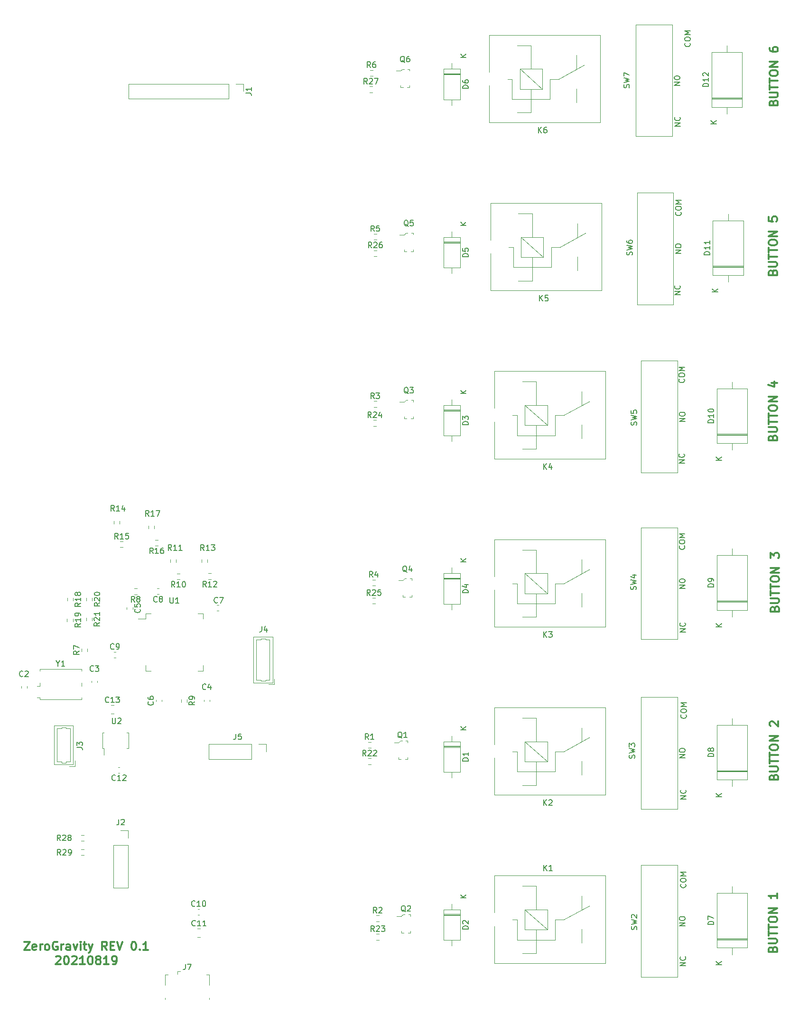
<source format=gbr>
%TF.GenerationSoftware,KiCad,Pcbnew,(5.1.10)-1*%
%TF.CreationDate,2021-08-19T16:33:58+09:00*%
%TF.ProjectId,ZeroGravity,5a65726f-4772-4617-9669-74792e6b6963,rev?*%
%TF.SameCoordinates,Original*%
%TF.FileFunction,Legend,Top*%
%TF.FilePolarity,Positive*%
%FSLAX46Y46*%
G04 Gerber Fmt 4.6, Leading zero omitted, Abs format (unit mm)*
G04 Created by KiCad (PCBNEW (5.1.10)-1) date 2021-08-19 16:33:58*
%MOMM*%
%LPD*%
G01*
G04 APERTURE LIST*
%ADD10C,0.300000*%
%ADD11C,0.120000*%
%ADD12C,0.100000*%
%ADD13C,0.150000*%
G04 APERTURE END LIST*
D10*
X36667857Y-169678571D02*
X37667857Y-169678571D01*
X36667857Y-171178571D01*
X37667857Y-171178571D01*
X38810714Y-171107142D02*
X38667857Y-171178571D01*
X38382142Y-171178571D01*
X38239285Y-171107142D01*
X38167857Y-170964285D01*
X38167857Y-170392857D01*
X38239285Y-170250000D01*
X38382142Y-170178571D01*
X38667857Y-170178571D01*
X38810714Y-170250000D01*
X38882142Y-170392857D01*
X38882142Y-170535714D01*
X38167857Y-170678571D01*
X39525000Y-171178571D02*
X39525000Y-170178571D01*
X39525000Y-170464285D02*
X39596428Y-170321428D01*
X39667857Y-170250000D01*
X39810714Y-170178571D01*
X39953571Y-170178571D01*
X40667857Y-171178571D02*
X40525000Y-171107142D01*
X40453571Y-171035714D01*
X40382142Y-170892857D01*
X40382142Y-170464285D01*
X40453571Y-170321428D01*
X40525000Y-170250000D01*
X40667857Y-170178571D01*
X40882142Y-170178571D01*
X41025000Y-170250000D01*
X41096428Y-170321428D01*
X41167857Y-170464285D01*
X41167857Y-170892857D01*
X41096428Y-171035714D01*
X41025000Y-171107142D01*
X40882142Y-171178571D01*
X40667857Y-171178571D01*
X42596428Y-169750000D02*
X42453571Y-169678571D01*
X42239285Y-169678571D01*
X42025000Y-169750000D01*
X41882142Y-169892857D01*
X41810714Y-170035714D01*
X41739285Y-170321428D01*
X41739285Y-170535714D01*
X41810714Y-170821428D01*
X41882142Y-170964285D01*
X42025000Y-171107142D01*
X42239285Y-171178571D01*
X42382142Y-171178571D01*
X42596428Y-171107142D01*
X42667857Y-171035714D01*
X42667857Y-170535714D01*
X42382142Y-170535714D01*
X43310714Y-171178571D02*
X43310714Y-170178571D01*
X43310714Y-170464285D02*
X43382142Y-170321428D01*
X43453571Y-170250000D01*
X43596428Y-170178571D01*
X43739285Y-170178571D01*
X44882142Y-171178571D02*
X44882142Y-170392857D01*
X44810714Y-170250000D01*
X44667857Y-170178571D01*
X44382142Y-170178571D01*
X44239285Y-170250000D01*
X44882142Y-171107142D02*
X44739285Y-171178571D01*
X44382142Y-171178571D01*
X44239285Y-171107142D01*
X44167857Y-170964285D01*
X44167857Y-170821428D01*
X44239285Y-170678571D01*
X44382142Y-170607142D01*
X44739285Y-170607142D01*
X44882142Y-170535714D01*
X45453571Y-170178571D02*
X45810714Y-171178571D01*
X46167857Y-170178571D01*
X46739285Y-171178571D02*
X46739285Y-170178571D01*
X46739285Y-169678571D02*
X46667857Y-169750000D01*
X46739285Y-169821428D01*
X46810714Y-169750000D01*
X46739285Y-169678571D01*
X46739285Y-169821428D01*
X47239285Y-170178571D02*
X47810714Y-170178571D01*
X47453571Y-169678571D02*
X47453571Y-170964285D01*
X47525000Y-171107142D01*
X47667857Y-171178571D01*
X47810714Y-171178571D01*
X48167857Y-170178571D02*
X48525000Y-171178571D01*
X48882142Y-170178571D02*
X48525000Y-171178571D01*
X48382142Y-171535714D01*
X48310714Y-171607142D01*
X48167857Y-171678571D01*
X51453571Y-171178571D02*
X50953571Y-170464285D01*
X50596428Y-171178571D02*
X50596428Y-169678571D01*
X51167857Y-169678571D01*
X51310714Y-169750000D01*
X51382142Y-169821428D01*
X51453571Y-169964285D01*
X51453571Y-170178571D01*
X51382142Y-170321428D01*
X51310714Y-170392857D01*
X51167857Y-170464285D01*
X50596428Y-170464285D01*
X52096428Y-170392857D02*
X52596428Y-170392857D01*
X52810714Y-171178571D02*
X52096428Y-171178571D01*
X52096428Y-169678571D01*
X52810714Y-169678571D01*
X53239285Y-169678571D02*
X53739285Y-171178571D01*
X54239285Y-169678571D01*
X56167857Y-169678571D02*
X56310714Y-169678571D01*
X56453571Y-169750000D01*
X56524999Y-169821428D01*
X56596428Y-169964285D01*
X56667857Y-170250000D01*
X56667857Y-170607142D01*
X56596428Y-170892857D01*
X56524999Y-171035714D01*
X56453571Y-171107142D01*
X56310714Y-171178571D01*
X56167857Y-171178571D01*
X56024999Y-171107142D01*
X55953571Y-171035714D01*
X55882142Y-170892857D01*
X55810714Y-170607142D01*
X55810714Y-170250000D01*
X55882142Y-169964285D01*
X55953571Y-169821428D01*
X56024999Y-169750000D01*
X56167857Y-169678571D01*
X57310714Y-171035714D02*
X57382142Y-171107142D01*
X57310714Y-171178571D01*
X57239285Y-171107142D01*
X57310714Y-171035714D01*
X57310714Y-171178571D01*
X58810714Y-171178571D02*
X57953571Y-171178571D01*
X58382142Y-171178571D02*
X58382142Y-169678571D01*
X58239285Y-169892857D01*
X58096428Y-170035714D01*
X57953571Y-170107142D01*
X42346428Y-172371428D02*
X42417857Y-172300000D01*
X42560714Y-172228571D01*
X42917857Y-172228571D01*
X43060714Y-172300000D01*
X43132142Y-172371428D01*
X43203571Y-172514285D01*
X43203571Y-172657142D01*
X43132142Y-172871428D01*
X42275000Y-173728571D01*
X43203571Y-173728571D01*
X44132142Y-172228571D02*
X44275000Y-172228571D01*
X44417857Y-172300000D01*
X44489285Y-172371428D01*
X44560714Y-172514285D01*
X44632142Y-172800000D01*
X44632142Y-173157142D01*
X44560714Y-173442857D01*
X44489285Y-173585714D01*
X44417857Y-173657142D01*
X44275000Y-173728571D01*
X44132142Y-173728571D01*
X43989285Y-173657142D01*
X43917857Y-173585714D01*
X43846428Y-173442857D01*
X43775000Y-173157142D01*
X43775000Y-172800000D01*
X43846428Y-172514285D01*
X43917857Y-172371428D01*
X43989285Y-172300000D01*
X44132142Y-172228571D01*
X45203571Y-172371428D02*
X45275000Y-172300000D01*
X45417857Y-172228571D01*
X45775000Y-172228571D01*
X45917857Y-172300000D01*
X45989285Y-172371428D01*
X46060714Y-172514285D01*
X46060714Y-172657142D01*
X45989285Y-172871428D01*
X45132142Y-173728571D01*
X46060714Y-173728571D01*
X47489285Y-173728571D02*
X46632142Y-173728571D01*
X47060714Y-173728571D02*
X47060714Y-172228571D01*
X46917857Y-172442857D01*
X46775000Y-172585714D01*
X46632142Y-172657142D01*
X48417857Y-172228571D02*
X48560714Y-172228571D01*
X48703571Y-172300000D01*
X48775000Y-172371428D01*
X48846428Y-172514285D01*
X48917857Y-172800000D01*
X48917857Y-173157142D01*
X48846428Y-173442857D01*
X48775000Y-173585714D01*
X48703571Y-173657142D01*
X48560714Y-173728571D01*
X48417857Y-173728571D01*
X48275000Y-173657142D01*
X48203571Y-173585714D01*
X48132142Y-173442857D01*
X48060714Y-173157142D01*
X48060714Y-172800000D01*
X48132142Y-172514285D01*
X48203571Y-172371428D01*
X48275000Y-172300000D01*
X48417857Y-172228571D01*
X49775000Y-172871428D02*
X49632142Y-172800000D01*
X49560714Y-172728571D01*
X49489285Y-172585714D01*
X49489285Y-172514285D01*
X49560714Y-172371428D01*
X49632142Y-172300000D01*
X49775000Y-172228571D01*
X50060714Y-172228571D01*
X50203571Y-172300000D01*
X50275000Y-172371428D01*
X50346428Y-172514285D01*
X50346428Y-172585714D01*
X50275000Y-172728571D01*
X50203571Y-172800000D01*
X50060714Y-172871428D01*
X49775000Y-172871428D01*
X49632142Y-172942857D01*
X49560714Y-173014285D01*
X49489285Y-173157142D01*
X49489285Y-173442857D01*
X49560714Y-173585714D01*
X49632142Y-173657142D01*
X49775000Y-173728571D01*
X50060714Y-173728571D01*
X50203571Y-173657142D01*
X50275000Y-173585714D01*
X50346428Y-173442857D01*
X50346428Y-173157142D01*
X50275000Y-173014285D01*
X50203571Y-172942857D01*
X50060714Y-172871428D01*
X51775000Y-173728571D02*
X50917857Y-173728571D01*
X51346428Y-173728571D02*
X51346428Y-172228571D01*
X51203571Y-172442857D01*
X51060714Y-172585714D01*
X50917857Y-172657142D01*
X52489285Y-173728571D02*
X52775000Y-173728571D01*
X52917857Y-173657142D01*
X52989285Y-173585714D01*
X53132142Y-173371428D01*
X53203571Y-173085714D01*
X53203571Y-172514285D01*
X53132142Y-172371428D01*
X53060714Y-172300000D01*
X52917857Y-172228571D01*
X52632142Y-172228571D01*
X52489285Y-172300000D01*
X52417857Y-172371428D01*
X52346428Y-172514285D01*
X52346428Y-172871428D01*
X52417857Y-173014285D01*
X52489285Y-173085714D01*
X52632142Y-173157142D01*
X52917857Y-173157142D01*
X53060714Y-173085714D01*
X53132142Y-173014285D01*
X53203571Y-172871428D01*
X170392857Y-19978571D02*
X170464285Y-19764285D01*
X170535714Y-19692857D01*
X170678571Y-19621428D01*
X170892857Y-19621428D01*
X171035714Y-19692857D01*
X171107142Y-19764285D01*
X171178571Y-19907142D01*
X171178571Y-20478571D01*
X169678571Y-20478571D01*
X169678571Y-19978571D01*
X169750000Y-19835714D01*
X169821428Y-19764285D01*
X169964285Y-19692857D01*
X170107142Y-19692857D01*
X170250000Y-19764285D01*
X170321428Y-19835714D01*
X170392857Y-19978571D01*
X170392857Y-20478571D01*
X169678571Y-18978571D02*
X170892857Y-18978571D01*
X171035714Y-18907142D01*
X171107142Y-18835714D01*
X171178571Y-18692857D01*
X171178571Y-18407142D01*
X171107142Y-18264285D01*
X171035714Y-18192857D01*
X170892857Y-18121428D01*
X169678571Y-18121428D01*
X169678571Y-17621428D02*
X169678571Y-16764285D01*
X171178571Y-17192857D02*
X169678571Y-17192857D01*
X169678571Y-16478571D02*
X169678571Y-15621428D01*
X171178571Y-16050000D02*
X169678571Y-16050000D01*
X169678571Y-14835714D02*
X169678571Y-14550000D01*
X169750000Y-14407142D01*
X169892857Y-14264285D01*
X170178571Y-14192857D01*
X170678571Y-14192857D01*
X170964285Y-14264285D01*
X171107142Y-14407142D01*
X171178571Y-14550000D01*
X171178571Y-14835714D01*
X171107142Y-14978571D01*
X170964285Y-15121428D01*
X170678571Y-15192857D01*
X170178571Y-15192857D01*
X169892857Y-15121428D01*
X169750000Y-14978571D01*
X169678571Y-14835714D01*
X171178571Y-13550000D02*
X169678571Y-13550000D01*
X171178571Y-12692857D01*
X169678571Y-12692857D01*
X169678571Y-10192857D02*
X169678571Y-10478571D01*
X169750000Y-10621428D01*
X169821428Y-10692857D01*
X170035714Y-10835714D01*
X170321428Y-10907142D01*
X170892857Y-10907142D01*
X171035714Y-10835714D01*
X171107142Y-10764285D01*
X171178571Y-10621428D01*
X171178571Y-10335714D01*
X171107142Y-10192857D01*
X171035714Y-10121428D01*
X170892857Y-10050000D01*
X170535714Y-10050000D01*
X170392857Y-10121428D01*
X170321428Y-10192857D01*
X170250000Y-10335714D01*
X170250000Y-10621428D01*
X170321428Y-10764285D01*
X170392857Y-10835714D01*
X170535714Y-10907142D01*
X170267857Y-50228571D02*
X170339285Y-50014285D01*
X170410714Y-49942857D01*
X170553571Y-49871428D01*
X170767857Y-49871428D01*
X170910714Y-49942857D01*
X170982142Y-50014285D01*
X171053571Y-50157142D01*
X171053571Y-50728571D01*
X169553571Y-50728571D01*
X169553571Y-50228571D01*
X169625000Y-50085714D01*
X169696428Y-50014285D01*
X169839285Y-49942857D01*
X169982142Y-49942857D01*
X170125000Y-50014285D01*
X170196428Y-50085714D01*
X170267857Y-50228571D01*
X170267857Y-50728571D01*
X169553571Y-49228571D02*
X170767857Y-49228571D01*
X170910714Y-49157142D01*
X170982142Y-49085714D01*
X171053571Y-48942857D01*
X171053571Y-48657142D01*
X170982142Y-48514285D01*
X170910714Y-48442857D01*
X170767857Y-48371428D01*
X169553571Y-48371428D01*
X169553571Y-47871428D02*
X169553571Y-47014285D01*
X171053571Y-47442857D02*
X169553571Y-47442857D01*
X169553571Y-46728571D02*
X169553571Y-45871428D01*
X171053571Y-46300000D02*
X169553571Y-46300000D01*
X169553571Y-45085714D02*
X169553571Y-44800000D01*
X169625000Y-44657142D01*
X169767857Y-44514285D01*
X170053571Y-44442857D01*
X170553571Y-44442857D01*
X170839285Y-44514285D01*
X170982142Y-44657142D01*
X171053571Y-44800000D01*
X171053571Y-45085714D01*
X170982142Y-45228571D01*
X170839285Y-45371428D01*
X170553571Y-45442857D01*
X170053571Y-45442857D01*
X169767857Y-45371428D01*
X169625000Y-45228571D01*
X169553571Y-45085714D01*
X171053571Y-43800000D02*
X169553571Y-43800000D01*
X171053571Y-42942857D01*
X169553571Y-42942857D01*
X169553571Y-40371428D02*
X169553571Y-41085714D01*
X170267857Y-41157142D01*
X170196428Y-41085714D01*
X170125000Y-40942857D01*
X170125000Y-40585714D01*
X170196428Y-40442857D01*
X170267857Y-40371428D01*
X170410714Y-40300000D01*
X170767857Y-40300000D01*
X170910714Y-40371428D01*
X170982142Y-40442857D01*
X171053571Y-40585714D01*
X171053571Y-40942857D01*
X170982142Y-41085714D01*
X170910714Y-41157142D01*
X170267857Y-79728571D02*
X170339285Y-79514285D01*
X170410714Y-79442857D01*
X170553571Y-79371428D01*
X170767857Y-79371428D01*
X170910714Y-79442857D01*
X170982142Y-79514285D01*
X171053571Y-79657142D01*
X171053571Y-80228571D01*
X169553571Y-80228571D01*
X169553571Y-79728571D01*
X169625000Y-79585714D01*
X169696428Y-79514285D01*
X169839285Y-79442857D01*
X169982142Y-79442857D01*
X170125000Y-79514285D01*
X170196428Y-79585714D01*
X170267857Y-79728571D01*
X170267857Y-80228571D01*
X169553571Y-78728571D02*
X170767857Y-78728571D01*
X170910714Y-78657142D01*
X170982142Y-78585714D01*
X171053571Y-78442857D01*
X171053571Y-78157142D01*
X170982142Y-78014285D01*
X170910714Y-77942857D01*
X170767857Y-77871428D01*
X169553571Y-77871428D01*
X169553571Y-77371428D02*
X169553571Y-76514285D01*
X171053571Y-76942857D02*
X169553571Y-76942857D01*
X169553571Y-76228571D02*
X169553571Y-75371428D01*
X171053571Y-75800000D02*
X169553571Y-75800000D01*
X169553571Y-74585714D02*
X169553571Y-74300000D01*
X169625000Y-74157142D01*
X169767857Y-74014285D01*
X170053571Y-73942857D01*
X170553571Y-73942857D01*
X170839285Y-74014285D01*
X170982142Y-74157142D01*
X171053571Y-74300000D01*
X171053571Y-74585714D01*
X170982142Y-74728571D01*
X170839285Y-74871428D01*
X170553571Y-74942857D01*
X170053571Y-74942857D01*
X169767857Y-74871428D01*
X169625000Y-74728571D01*
X169553571Y-74585714D01*
X171053571Y-73300000D02*
X169553571Y-73300000D01*
X171053571Y-72442857D01*
X169553571Y-72442857D01*
X170053571Y-69942857D02*
X171053571Y-69942857D01*
X169482142Y-70300000D02*
X170553571Y-70657142D01*
X170553571Y-69728571D01*
X170617857Y-110253571D02*
X170689285Y-110039285D01*
X170760714Y-109967857D01*
X170903571Y-109896428D01*
X171117857Y-109896428D01*
X171260714Y-109967857D01*
X171332142Y-110039285D01*
X171403571Y-110182142D01*
X171403571Y-110753571D01*
X169903571Y-110753571D01*
X169903571Y-110253571D01*
X169975000Y-110110714D01*
X170046428Y-110039285D01*
X170189285Y-109967857D01*
X170332142Y-109967857D01*
X170475000Y-110039285D01*
X170546428Y-110110714D01*
X170617857Y-110253571D01*
X170617857Y-110753571D01*
X169903571Y-109253571D02*
X171117857Y-109253571D01*
X171260714Y-109182142D01*
X171332142Y-109110714D01*
X171403571Y-108967857D01*
X171403571Y-108682142D01*
X171332142Y-108539285D01*
X171260714Y-108467857D01*
X171117857Y-108396428D01*
X169903571Y-108396428D01*
X169903571Y-107896428D02*
X169903571Y-107039285D01*
X171403571Y-107467857D02*
X169903571Y-107467857D01*
X169903571Y-106753571D02*
X169903571Y-105896428D01*
X171403571Y-106325000D02*
X169903571Y-106325000D01*
X169903571Y-105110714D02*
X169903571Y-104825000D01*
X169975000Y-104682142D01*
X170117857Y-104539285D01*
X170403571Y-104467857D01*
X170903571Y-104467857D01*
X171189285Y-104539285D01*
X171332142Y-104682142D01*
X171403571Y-104825000D01*
X171403571Y-105110714D01*
X171332142Y-105253571D01*
X171189285Y-105396428D01*
X170903571Y-105467857D01*
X170403571Y-105467857D01*
X170117857Y-105396428D01*
X169975000Y-105253571D01*
X169903571Y-105110714D01*
X171403571Y-103825000D02*
X169903571Y-103825000D01*
X171403571Y-102967857D01*
X169903571Y-102967857D01*
X169903571Y-101253571D02*
X169903571Y-100325000D01*
X170475000Y-100825000D01*
X170475000Y-100610714D01*
X170546428Y-100467857D01*
X170617857Y-100396428D01*
X170760714Y-100325000D01*
X171117857Y-100325000D01*
X171260714Y-100396428D01*
X171332142Y-100467857D01*
X171403571Y-100610714D01*
X171403571Y-101039285D01*
X171332142Y-101182142D01*
X171260714Y-101253571D01*
X170442857Y-140278571D02*
X170514285Y-140064285D01*
X170585714Y-139992857D01*
X170728571Y-139921428D01*
X170942857Y-139921428D01*
X171085714Y-139992857D01*
X171157142Y-140064285D01*
X171228571Y-140207142D01*
X171228571Y-140778571D01*
X169728571Y-140778571D01*
X169728571Y-140278571D01*
X169800000Y-140135714D01*
X169871428Y-140064285D01*
X170014285Y-139992857D01*
X170157142Y-139992857D01*
X170300000Y-140064285D01*
X170371428Y-140135714D01*
X170442857Y-140278571D01*
X170442857Y-140778571D01*
X169728571Y-139278571D02*
X170942857Y-139278571D01*
X171085714Y-139207142D01*
X171157142Y-139135714D01*
X171228571Y-138992857D01*
X171228571Y-138707142D01*
X171157142Y-138564285D01*
X171085714Y-138492857D01*
X170942857Y-138421428D01*
X169728571Y-138421428D01*
X169728571Y-137921428D02*
X169728571Y-137064285D01*
X171228571Y-137492857D02*
X169728571Y-137492857D01*
X169728571Y-136778571D02*
X169728571Y-135921428D01*
X171228571Y-136350000D02*
X169728571Y-136350000D01*
X169728571Y-135135714D02*
X169728571Y-134850000D01*
X169800000Y-134707142D01*
X169942857Y-134564285D01*
X170228571Y-134492857D01*
X170728571Y-134492857D01*
X171014285Y-134564285D01*
X171157142Y-134707142D01*
X171228571Y-134850000D01*
X171228571Y-135135714D01*
X171157142Y-135278571D01*
X171014285Y-135421428D01*
X170728571Y-135492857D01*
X170228571Y-135492857D01*
X169942857Y-135421428D01*
X169800000Y-135278571D01*
X169728571Y-135135714D01*
X171228571Y-133850000D02*
X169728571Y-133850000D01*
X171228571Y-132992857D01*
X169728571Y-132992857D01*
X169871428Y-131207142D02*
X169800000Y-131135714D01*
X169728571Y-130992857D01*
X169728571Y-130635714D01*
X169800000Y-130492857D01*
X169871428Y-130421428D01*
X170014285Y-130350000D01*
X170157142Y-130350000D01*
X170371428Y-130421428D01*
X171228571Y-131278571D01*
X171228571Y-130350000D01*
X170267857Y-170978571D02*
X170339285Y-170764285D01*
X170410714Y-170692857D01*
X170553571Y-170621428D01*
X170767857Y-170621428D01*
X170910714Y-170692857D01*
X170982142Y-170764285D01*
X171053571Y-170907142D01*
X171053571Y-171478571D01*
X169553571Y-171478571D01*
X169553571Y-170978571D01*
X169625000Y-170835714D01*
X169696428Y-170764285D01*
X169839285Y-170692857D01*
X169982142Y-170692857D01*
X170125000Y-170764285D01*
X170196428Y-170835714D01*
X170267857Y-170978571D01*
X170267857Y-171478571D01*
X169553571Y-169978571D02*
X170767857Y-169978571D01*
X170910714Y-169907142D01*
X170982142Y-169835714D01*
X171053571Y-169692857D01*
X171053571Y-169407142D01*
X170982142Y-169264285D01*
X170910714Y-169192857D01*
X170767857Y-169121428D01*
X169553571Y-169121428D01*
X169553571Y-168621428D02*
X169553571Y-167764285D01*
X171053571Y-168192857D02*
X169553571Y-168192857D01*
X169553571Y-167478571D02*
X169553571Y-166621428D01*
X171053571Y-167050000D02*
X169553571Y-167050000D01*
X169553571Y-165835714D02*
X169553571Y-165550000D01*
X169625000Y-165407142D01*
X169767857Y-165264285D01*
X170053571Y-165192857D01*
X170553571Y-165192857D01*
X170839285Y-165264285D01*
X170982142Y-165407142D01*
X171053571Y-165550000D01*
X171053571Y-165835714D01*
X170982142Y-165978571D01*
X170839285Y-166121428D01*
X170553571Y-166192857D01*
X170053571Y-166192857D01*
X169767857Y-166121428D01*
X169625000Y-165978571D01*
X169553571Y-165835714D01*
X171053571Y-164550000D02*
X169553571Y-164550000D01*
X171053571Y-163692857D01*
X169553571Y-163692857D01*
X171053571Y-161050000D02*
X171053571Y-161907142D01*
X171053571Y-161478571D02*
X169553571Y-161478571D01*
X169767857Y-161621428D01*
X169910714Y-161764285D01*
X169982142Y-161907142D01*
D11*
%TO.C,R29*%
X46870276Y-153177500D02*
X47379724Y-153177500D01*
X46870276Y-154222500D02*
X47379724Y-154222500D01*
%TO.C,R28*%
X46820276Y-150627500D02*
X47329724Y-150627500D01*
X46820276Y-151672500D02*
X47329724Y-151672500D01*
%TO.C,J2*%
X52570000Y-152420000D02*
X55230000Y-152420000D01*
X52570000Y-152420000D02*
X52570000Y-160100000D01*
X52570000Y-160100000D02*
X55230000Y-160100000D01*
X55230000Y-152420000D02*
X55230000Y-160100000D01*
X55230000Y-149820000D02*
X55230000Y-151150000D01*
X53900000Y-149820000D02*
X55230000Y-149820000D01*
%TO.C,R27*%
X98307776Y-17077500D02*
X98817224Y-17077500D01*
X98307776Y-18122500D02*
X98817224Y-18122500D01*
%TO.C,R26*%
X99082776Y-46327500D02*
X99592224Y-46327500D01*
X99082776Y-47372500D02*
X99592224Y-47372500D01*
%TO.C,R25*%
X98820276Y-108327500D02*
X99329724Y-108327500D01*
X98820276Y-109372500D02*
X99329724Y-109372500D01*
%TO.C,R24*%
X98995276Y-76602500D02*
X99504724Y-76602500D01*
X98995276Y-77647500D02*
X99504724Y-77647500D01*
%TO.C,R23*%
X99526838Y-168291356D02*
X100036286Y-168291356D01*
X99526838Y-169336356D02*
X100036286Y-169336356D01*
%TO.C,R22*%
X98057776Y-136977500D02*
X98567224Y-136977500D01*
X98057776Y-138022500D02*
X98567224Y-138022500D01*
%TO.C,K3*%
X120600000Y-106900000D02*
X120600000Y-113500000D01*
X120600000Y-97900000D02*
X120600000Y-104500000D01*
X120600000Y-97900000D02*
X140400000Y-97900000D01*
X140400000Y-97900000D02*
X140400000Y-113500000D01*
X140400000Y-113500000D02*
X120600000Y-113500000D01*
X136150000Y-109900000D02*
X136150000Y-107450000D01*
X136150000Y-101500000D02*
X136150000Y-104000000D01*
X125550000Y-111750000D02*
X128050000Y-111750000D01*
X124650000Y-105750000D02*
X123850000Y-105750000D01*
X128050000Y-99750000D02*
X125550000Y-99750000D01*
X131450000Y-105750000D02*
X132950000Y-105750000D01*
X132950000Y-105750000D02*
X137550000Y-103250000D01*
X131450000Y-109350000D02*
X124650000Y-109350000D01*
X131450000Y-105750000D02*
X131450000Y-109350000D01*
X124650000Y-105750000D02*
X124650000Y-109350000D01*
X128050000Y-99750000D02*
X128050000Y-103950000D01*
X128050000Y-107550000D02*
X128050000Y-111750000D01*
X130050000Y-107550000D02*
X126050000Y-103950000D01*
X126050000Y-107550000D02*
X126050000Y-103950000D01*
X126050000Y-103950000D02*
X130050000Y-103950000D01*
X130050000Y-103950000D02*
X130050000Y-107550000D01*
X130050000Y-107550000D02*
X126050000Y-107550000D01*
%TO.C,K2*%
X120600000Y-136900000D02*
X120600000Y-143500000D01*
X120600000Y-127900000D02*
X120600000Y-134500000D01*
X120600000Y-127900000D02*
X140400000Y-127900000D01*
X140400000Y-127900000D02*
X140400000Y-143500000D01*
X140400000Y-143500000D02*
X120600000Y-143500000D01*
X136150000Y-139900000D02*
X136150000Y-137450000D01*
X136150000Y-131500000D02*
X136150000Y-134000000D01*
X125550000Y-141750000D02*
X128050000Y-141750000D01*
X124650000Y-135750000D02*
X123850000Y-135750000D01*
X128050000Y-129750000D02*
X125550000Y-129750000D01*
X131450000Y-135750000D02*
X132950000Y-135750000D01*
X132950000Y-135750000D02*
X137550000Y-133250000D01*
X131450000Y-139350000D02*
X124650000Y-139350000D01*
X131450000Y-135750000D02*
X131450000Y-139350000D01*
X124650000Y-135750000D02*
X124650000Y-139350000D01*
X128050000Y-129750000D02*
X128050000Y-133950000D01*
X128050000Y-137550000D02*
X128050000Y-141750000D01*
X130050000Y-137550000D02*
X126050000Y-133950000D01*
X126050000Y-137550000D02*
X126050000Y-133950000D01*
X126050000Y-133950000D02*
X130050000Y-133950000D01*
X130050000Y-133950000D02*
X130050000Y-137550000D01*
X130050000Y-137550000D02*
X126050000Y-137550000D01*
%TO.C,SW2*%
X153250000Y-156030000D02*
X146750000Y-156030000D01*
X146750000Y-156030000D02*
X146750000Y-175970000D01*
X146750000Y-175970000D02*
X153250000Y-175970000D01*
X153250000Y-156030000D02*
X153250000Y-175970000D01*
%TO.C,J5*%
X69580000Y-134445000D02*
X69580000Y-137105000D01*
X77260000Y-134445000D02*
X69580000Y-134445000D01*
X77260000Y-137105000D02*
X69580000Y-137105000D01*
X77260000Y-134445000D02*
X77260000Y-137105000D01*
X78530000Y-134445000D02*
X79860000Y-134445000D01*
X79860000Y-134445000D02*
X79860000Y-135775000D01*
%TO.C,U1*%
X67635000Y-121335000D02*
X68585000Y-121335000D01*
X68585000Y-121335000D02*
X68585000Y-120385000D01*
X59315000Y-121335000D02*
X58365000Y-121335000D01*
X58365000Y-121335000D02*
X58365000Y-120385000D01*
X67635000Y-111115000D02*
X68585000Y-111115000D01*
X68585000Y-111115000D02*
X68585000Y-112065000D01*
X59315000Y-111115000D02*
X58365000Y-111115000D01*
X58365000Y-111115000D02*
X58365000Y-112065000D01*
X58365000Y-112065000D02*
X57025000Y-112065000D01*
%TO.C,K1*%
X120600000Y-166900000D02*
X120600000Y-173500000D01*
X120600000Y-157900000D02*
X120600000Y-164500000D01*
X120600000Y-157900000D02*
X140400000Y-157900000D01*
X140400000Y-157900000D02*
X140400000Y-173500000D01*
X140400000Y-173500000D02*
X120600000Y-173500000D01*
X136150000Y-169900000D02*
X136150000Y-167450000D01*
X136150000Y-161500000D02*
X136150000Y-164000000D01*
X125550000Y-171750000D02*
X128050000Y-171750000D01*
X124650000Y-165750000D02*
X123850000Y-165750000D01*
X128050000Y-159750000D02*
X125550000Y-159750000D01*
X131450000Y-165750000D02*
X132950000Y-165750000D01*
X132950000Y-165750000D02*
X137550000Y-163250000D01*
X131450000Y-169350000D02*
X124650000Y-169350000D01*
X131450000Y-165750000D02*
X131450000Y-169350000D01*
X124650000Y-165750000D02*
X124650000Y-169350000D01*
X128050000Y-159750000D02*
X128050000Y-163950000D01*
X128050000Y-167550000D02*
X128050000Y-171750000D01*
X130050000Y-167550000D02*
X126050000Y-163950000D01*
X126050000Y-167550000D02*
X126050000Y-163950000D01*
X126050000Y-163950000D02*
X130050000Y-163950000D01*
X130050000Y-163950000D02*
X130050000Y-167550000D01*
X130050000Y-167550000D02*
X126050000Y-167550000D01*
%TO.C,R21*%
X47752500Y-111860276D02*
X47752500Y-112369724D01*
X48797500Y-111860276D02*
X48797500Y-112369724D01*
%TO.C,R20*%
X47777500Y-108320276D02*
X47777500Y-108829724D01*
X48822500Y-108320276D02*
X48822500Y-108829724D01*
%TO.C,R19*%
X44327500Y-112020276D02*
X44327500Y-112529724D01*
X45372500Y-112020276D02*
X45372500Y-112529724D01*
%TO.C,R18*%
X44352500Y-108345276D02*
X44352500Y-108854724D01*
X45397500Y-108345276D02*
X45397500Y-108854724D01*
%TO.C,R17*%
X59922500Y-95967224D02*
X59922500Y-95457776D01*
X58877500Y-95967224D02*
X58877500Y-95457776D01*
%TO.C,R16*%
X60579724Y-98002500D02*
X60070276Y-98002500D01*
X60579724Y-99047500D02*
X60070276Y-99047500D01*
%TO.C,R15*%
X53820276Y-99297500D02*
X54329724Y-99297500D01*
X53820276Y-98252500D02*
X54329724Y-98252500D01*
%TO.C,R14*%
X52677500Y-94645276D02*
X52677500Y-95154724D01*
X53722500Y-94645276D02*
X53722500Y-95154724D01*
%TO.C,R13*%
X69397500Y-102017224D02*
X69397500Y-101507776D01*
X68352500Y-102017224D02*
X68352500Y-101507776D01*
%TO.C,R12*%
X70054724Y-103952500D02*
X69545276Y-103952500D01*
X70054724Y-104997500D02*
X69545276Y-104997500D01*
%TO.C,R11*%
X63822500Y-101967224D02*
X63822500Y-101457776D01*
X62777500Y-101967224D02*
X62777500Y-101457776D01*
%TO.C,R10*%
X64454724Y-104002500D02*
X63945276Y-104002500D01*
X64454724Y-105047500D02*
X63945276Y-105047500D01*
%TO.C,R9*%
X64702500Y-126420276D02*
X64702500Y-126929724D01*
X65747500Y-126420276D02*
X65747500Y-126929724D01*
%TO.C,R8*%
X56804724Y-106652500D02*
X56295276Y-106652500D01*
X56804724Y-107697500D02*
X56295276Y-107697500D01*
%TO.C,R7*%
X47972500Y-117904724D02*
X47972500Y-117395276D01*
X46927500Y-117904724D02*
X46927500Y-117395276D01*
%TO.C,R6*%
X98395276Y-15197500D02*
X98904724Y-15197500D01*
X98395276Y-14152500D02*
X98904724Y-14152500D01*
%TO.C,R5*%
X99045276Y-44422500D02*
X99554724Y-44422500D01*
X99045276Y-43377500D02*
X99554724Y-43377500D01*
%TO.C,R4*%
X98795276Y-106122500D02*
X99304724Y-106122500D01*
X98795276Y-105077500D02*
X99304724Y-105077500D01*
%TO.C,R3*%
X99045276Y-74272500D02*
X99554724Y-74272500D01*
X99045276Y-73227500D02*
X99554724Y-73227500D01*
%TO.C,R2*%
X99526838Y-166036356D02*
X100036286Y-166036356D01*
X99526838Y-164991356D02*
X100036286Y-164991356D01*
%TO.C,R1*%
X98045276Y-135072500D02*
X98554724Y-135072500D01*
X98045276Y-134027500D02*
X98554724Y-134027500D01*
%TO.C,C12*%
X53746267Y-138515000D02*
X53453733Y-138515000D01*
X53746267Y-139535000D02*
X53453733Y-139535000D01*
%TO.C,C10*%
X67653733Y-164860000D02*
X67946267Y-164860000D01*
X67653733Y-163840000D02*
X67946267Y-163840000D01*
%TO.C,C9*%
X52728733Y-117965000D02*
X53021267Y-117965000D01*
X52728733Y-118985000D02*
X53021267Y-118985000D01*
%TO.C,C8*%
X60721267Y-106665000D02*
X60428733Y-106665000D01*
X60721267Y-107685000D02*
X60428733Y-107685000D01*
%TO.C,C7*%
X71396267Y-109565000D02*
X71103733Y-109565000D01*
X71396267Y-110585000D02*
X71103733Y-110585000D01*
%TO.C,C6*%
X61235000Y-126821267D02*
X61235000Y-126528733D01*
X60215000Y-126821267D02*
X60215000Y-126528733D01*
%TO.C,C5*%
X55015000Y-110028733D02*
X55015000Y-110321267D01*
X56035000Y-110028733D02*
X56035000Y-110321267D01*
%TO.C,C4*%
X68765000Y-126516233D02*
X68765000Y-126808767D01*
X69785000Y-126516233D02*
X69785000Y-126808767D01*
%TO.C,C3*%
X49735000Y-123421267D02*
X49735000Y-123128733D01*
X48715000Y-123421267D02*
X48715000Y-123128733D01*
%TO.C,C2*%
X36140000Y-124103733D02*
X36140000Y-124396267D01*
X37160000Y-124103733D02*
X37160000Y-124396267D01*
%TO.C,SW3*%
X153250000Y-126030000D02*
X146750000Y-126030000D01*
X146750000Y-126030000D02*
X146750000Y-145970000D01*
X146750000Y-145970000D02*
X153250000Y-145970000D01*
X153250000Y-126030000D02*
X153250000Y-145970000D01*
%TO.C,SW4*%
X153250000Y-95780000D02*
X146750000Y-95780000D01*
X146750000Y-95780000D02*
X146750000Y-115720000D01*
X146750000Y-115720000D02*
X153250000Y-115720000D01*
X153250000Y-95780000D02*
X153250000Y-115720000D01*
%TO.C,SW5*%
X153250000Y-66030000D02*
X146750000Y-66030000D01*
X146750000Y-66030000D02*
X146750000Y-85970000D01*
X146750000Y-85970000D02*
X153250000Y-85970000D01*
X153250000Y-66030000D02*
X153250000Y-85970000D01*
%TO.C,SW6*%
X152550000Y-36030000D02*
X146050000Y-36030000D01*
X146050000Y-36030000D02*
X146050000Y-55970000D01*
X146050000Y-55970000D02*
X152550000Y-55970000D01*
X152550000Y-36030000D02*
X152550000Y-55970000D01*
%TO.C,SW7*%
X152325000Y-6030000D02*
X145825000Y-6030000D01*
X145825000Y-6030000D02*
X145825000Y-25970000D01*
X145825000Y-25970000D02*
X152325000Y-25970000D01*
X152325000Y-6030000D02*
X152325000Y-25970000D01*
%TO.C,K6*%
X119675000Y-16900000D02*
X119675000Y-23500000D01*
X119675000Y-7900000D02*
X119675000Y-14500000D01*
X119675000Y-7900000D02*
X139475000Y-7900000D01*
X139475000Y-7900000D02*
X139475000Y-23500000D01*
X139475000Y-23500000D02*
X119675000Y-23500000D01*
X135225000Y-19900000D02*
X135225000Y-17450000D01*
X135225000Y-11500000D02*
X135225000Y-14000000D01*
X124625000Y-21750000D02*
X127125000Y-21750000D01*
X123725000Y-15750000D02*
X122925000Y-15750000D01*
X127125000Y-9750000D02*
X124625000Y-9750000D01*
X130525000Y-15750000D02*
X132025000Y-15750000D01*
X132025000Y-15750000D02*
X136625000Y-13250000D01*
X130525000Y-19350000D02*
X123725000Y-19350000D01*
X130525000Y-15750000D02*
X130525000Y-19350000D01*
X123725000Y-15750000D02*
X123725000Y-19350000D01*
X127125000Y-9750000D02*
X127125000Y-13950000D01*
X127125000Y-17550000D02*
X127125000Y-21750000D01*
X129125000Y-17550000D02*
X125125000Y-13950000D01*
X125125000Y-17550000D02*
X125125000Y-13950000D01*
X125125000Y-13950000D02*
X129125000Y-13950000D01*
X129125000Y-13950000D02*
X129125000Y-17550000D01*
X129125000Y-17550000D02*
X125125000Y-17550000D01*
%TO.C,K5*%
X119900000Y-46900000D02*
X119900000Y-53500000D01*
X119900000Y-37900000D02*
X119900000Y-44500000D01*
X119900000Y-37900000D02*
X139700000Y-37900000D01*
X139700000Y-37900000D02*
X139700000Y-53500000D01*
X139700000Y-53500000D02*
X119900000Y-53500000D01*
X135450000Y-49900000D02*
X135450000Y-47450000D01*
X135450000Y-41500000D02*
X135450000Y-44000000D01*
X124850000Y-51750000D02*
X127350000Y-51750000D01*
X123950000Y-45750000D02*
X123150000Y-45750000D01*
X127350000Y-39750000D02*
X124850000Y-39750000D01*
X130750000Y-45750000D02*
X132250000Y-45750000D01*
X132250000Y-45750000D02*
X136850000Y-43250000D01*
X130750000Y-49350000D02*
X123950000Y-49350000D01*
X130750000Y-45750000D02*
X130750000Y-49350000D01*
X123950000Y-45750000D02*
X123950000Y-49350000D01*
X127350000Y-39750000D02*
X127350000Y-43950000D01*
X127350000Y-47550000D02*
X127350000Y-51750000D01*
X129350000Y-47550000D02*
X125350000Y-43950000D01*
X125350000Y-47550000D02*
X125350000Y-43950000D01*
X125350000Y-43950000D02*
X129350000Y-43950000D01*
X129350000Y-43950000D02*
X129350000Y-47550000D01*
X129350000Y-47550000D02*
X125350000Y-47550000D01*
%TO.C,K4*%
X120600000Y-76900000D02*
X120600000Y-83500000D01*
X120600000Y-67900000D02*
X120600000Y-74500000D01*
X120600000Y-67900000D02*
X140400000Y-67900000D01*
X140400000Y-67900000D02*
X140400000Y-83500000D01*
X140400000Y-83500000D02*
X120600000Y-83500000D01*
X136150000Y-79900000D02*
X136150000Y-77450000D01*
X136150000Y-71500000D02*
X136150000Y-74000000D01*
X125550000Y-81750000D02*
X128050000Y-81750000D01*
X124650000Y-75750000D02*
X123850000Y-75750000D01*
X128050000Y-69750000D02*
X125550000Y-69750000D01*
X131450000Y-75750000D02*
X132950000Y-75750000D01*
X132950000Y-75750000D02*
X137550000Y-73250000D01*
X131450000Y-79350000D02*
X124650000Y-79350000D01*
X131450000Y-75750000D02*
X131450000Y-79350000D01*
X124650000Y-75750000D02*
X124650000Y-79350000D01*
X128050000Y-69750000D02*
X128050000Y-73950000D01*
X128050000Y-77550000D02*
X128050000Y-81750000D01*
X130050000Y-77550000D02*
X126050000Y-73950000D01*
X126050000Y-77550000D02*
X126050000Y-73950000D01*
X126050000Y-73950000D02*
X130050000Y-73950000D01*
X130050000Y-73950000D02*
X130050000Y-77550000D01*
X130050000Y-77550000D02*
X126050000Y-77550000D01*
%TO.C,J1*%
X75780000Y-16595000D02*
X75780000Y-17925000D01*
X74450000Y-16595000D02*
X75780000Y-16595000D01*
X73180000Y-16595000D02*
X73180000Y-19255000D01*
X73180000Y-19255000D02*
X55340000Y-19255000D01*
X73180000Y-16595000D02*
X55340000Y-16595000D01*
X55340000Y-16595000D02*
X55340000Y-19255000D01*
%TO.C,D12*%
X159350000Y-19335500D02*
X164800000Y-19335500D01*
X159350000Y-19095500D02*
X164800000Y-19095500D01*
X159350000Y-19215500D02*
X164800000Y-19215500D01*
X162075000Y-9800000D02*
X162075000Y-10995000D01*
X162075000Y-21960000D02*
X162075000Y-20765000D01*
X159350000Y-10995000D02*
X159350000Y-20765000D01*
X164800000Y-10995000D02*
X159350000Y-10995000D01*
X164800000Y-20765000D02*
X164800000Y-10995000D01*
X159350000Y-20765000D02*
X164800000Y-20765000D01*
%TO.C,D11*%
X159575000Y-49335500D02*
X165025000Y-49335500D01*
X159575000Y-49095500D02*
X165025000Y-49095500D01*
X159575000Y-49215500D02*
X165025000Y-49215500D01*
X162300000Y-39800000D02*
X162300000Y-40995000D01*
X162300000Y-51960000D02*
X162300000Y-50765000D01*
X159575000Y-40995000D02*
X159575000Y-50765000D01*
X165025000Y-40995000D02*
X159575000Y-40995000D01*
X165025000Y-50765000D02*
X165025000Y-40995000D01*
X159575000Y-50765000D02*
X165025000Y-50765000D01*
%TO.C,D10*%
X160275000Y-79310500D02*
X165725000Y-79310500D01*
X160275000Y-79070500D02*
X165725000Y-79070500D01*
X160275000Y-79190500D02*
X165725000Y-79190500D01*
X163000000Y-69775000D02*
X163000000Y-70970000D01*
X163000000Y-81935000D02*
X163000000Y-80740000D01*
X160275000Y-70970000D02*
X160275000Y-80740000D01*
X165725000Y-70970000D02*
X160275000Y-70970000D01*
X165725000Y-80740000D02*
X165725000Y-70970000D01*
X160275000Y-80740000D02*
X165725000Y-80740000D01*
%TO.C,D9*%
X160275000Y-109085500D02*
X165725000Y-109085500D01*
X160275000Y-108845500D02*
X165725000Y-108845500D01*
X160275000Y-108965500D02*
X165725000Y-108965500D01*
X163000000Y-99550000D02*
X163000000Y-100745000D01*
X163000000Y-111710000D02*
X163000000Y-110515000D01*
X160275000Y-100745000D02*
X160275000Y-110515000D01*
X165725000Y-100745000D02*
X160275000Y-100745000D01*
X165725000Y-110515000D02*
X165725000Y-100745000D01*
X160275000Y-110515000D02*
X165725000Y-110515000D01*
%TO.C,D8*%
X160275000Y-140790000D02*
X165725000Y-140790000D01*
X165725000Y-140790000D02*
X165725000Y-131020000D01*
X165725000Y-131020000D02*
X160275000Y-131020000D01*
X160275000Y-131020000D02*
X160275000Y-140790000D01*
X163000000Y-141985000D02*
X163000000Y-140790000D01*
X163000000Y-129825000D02*
X163000000Y-131020000D01*
X160275000Y-139240500D02*
X165725000Y-139240500D01*
X160275000Y-139120500D02*
X165725000Y-139120500D01*
X160275000Y-139360500D02*
X165725000Y-139360500D01*
%TO.C,D7*%
X160275000Y-170765000D02*
X165725000Y-170765000D01*
X165725000Y-170765000D02*
X165725000Y-160995000D01*
X165725000Y-160995000D02*
X160275000Y-160995000D01*
X160275000Y-160995000D02*
X160275000Y-170765000D01*
X163000000Y-171960000D02*
X163000000Y-170765000D01*
X163000000Y-159800000D02*
X163000000Y-160995000D01*
X160275000Y-169215500D02*
X165725000Y-169215500D01*
X160275000Y-169095500D02*
X165725000Y-169095500D01*
X160275000Y-169335500D02*
X165725000Y-169335500D01*
%TO.C,D6*%
X114470000Y-13960000D02*
X111530000Y-13960000D01*
X111530000Y-13960000D02*
X111530000Y-19400000D01*
X111530000Y-19400000D02*
X114470000Y-19400000D01*
X114470000Y-19400000D02*
X114470000Y-13960000D01*
X113000000Y-12940000D02*
X113000000Y-13960000D01*
X113000000Y-20420000D02*
X113000000Y-19400000D01*
X114470000Y-14860000D02*
X111530000Y-14860000D01*
X114470000Y-14980000D02*
X111530000Y-14980000D01*
X114470000Y-14740000D02*
X111530000Y-14740000D01*
%TO.C,D5*%
X114470000Y-43985000D02*
X111530000Y-43985000D01*
X111530000Y-43985000D02*
X111530000Y-49425000D01*
X111530000Y-49425000D02*
X114470000Y-49425000D01*
X114470000Y-49425000D02*
X114470000Y-43985000D01*
X113000000Y-42965000D02*
X113000000Y-43985000D01*
X113000000Y-50445000D02*
X113000000Y-49425000D01*
X114470000Y-44885000D02*
X111530000Y-44885000D01*
X114470000Y-45005000D02*
X111530000Y-45005000D01*
X114470000Y-44765000D02*
X111530000Y-44765000D01*
%TO.C,D4*%
X114470000Y-103960000D02*
X111530000Y-103960000D01*
X111530000Y-103960000D02*
X111530000Y-109400000D01*
X111530000Y-109400000D02*
X114470000Y-109400000D01*
X114470000Y-109400000D02*
X114470000Y-103960000D01*
X113000000Y-102940000D02*
X113000000Y-103960000D01*
X113000000Y-110420000D02*
X113000000Y-109400000D01*
X114470000Y-104860000D02*
X111530000Y-104860000D01*
X114470000Y-104980000D02*
X111530000Y-104980000D01*
X114470000Y-104740000D02*
X111530000Y-104740000D01*
%TO.C,D3*%
X114470000Y-73960000D02*
X111530000Y-73960000D01*
X111530000Y-73960000D02*
X111530000Y-79400000D01*
X111530000Y-79400000D02*
X114470000Y-79400000D01*
X114470000Y-79400000D02*
X114470000Y-73960000D01*
X113000000Y-72940000D02*
X113000000Y-73960000D01*
X113000000Y-80420000D02*
X113000000Y-79400000D01*
X114470000Y-74860000D02*
X111530000Y-74860000D01*
X114470000Y-74980000D02*
X111530000Y-74980000D01*
X114470000Y-74740000D02*
X111530000Y-74740000D01*
%TO.C,D2*%
X114470000Y-163960000D02*
X111530000Y-163960000D01*
X111530000Y-163960000D02*
X111530000Y-169400000D01*
X111530000Y-169400000D02*
X114470000Y-169400000D01*
X114470000Y-169400000D02*
X114470000Y-163960000D01*
X113000000Y-162940000D02*
X113000000Y-163960000D01*
X113000000Y-170420000D02*
X113000000Y-169400000D01*
X114470000Y-164860000D02*
X111530000Y-164860000D01*
X114470000Y-164980000D02*
X111530000Y-164980000D01*
X114470000Y-164740000D02*
X111530000Y-164740000D01*
%TO.C,D1*%
X114470000Y-134740000D02*
X111530000Y-134740000D01*
X114470000Y-134980000D02*
X111530000Y-134980000D01*
X114470000Y-134860000D02*
X111530000Y-134860000D01*
X113000000Y-140420000D02*
X113000000Y-139400000D01*
X113000000Y-132940000D02*
X113000000Y-133960000D01*
X114470000Y-139400000D02*
X114470000Y-133960000D01*
X111530000Y-139400000D02*
X114470000Y-139400000D01*
X111530000Y-133960000D02*
X111530000Y-139400000D01*
X114470000Y-133960000D02*
X111530000Y-133960000D01*
%TO.C,Y1*%
X39500000Y-121350000D02*
X39500000Y-121050000D01*
X39500000Y-121050000D02*
X46900000Y-121050000D01*
X46900000Y-121050000D02*
X46900000Y-121350000D01*
X39000000Y-126150000D02*
X39500000Y-126150000D01*
X39500000Y-126150000D02*
X39500000Y-126450000D01*
X39500000Y-126450000D02*
X46900000Y-126450000D01*
X46900000Y-126450000D02*
X46900000Y-126150000D01*
X39000000Y-124050000D02*
X39500000Y-124050000D01*
X39500000Y-124050000D02*
X39500000Y-123450000D01*
X46900000Y-123450000D02*
X46900000Y-124050000D01*
%TO.C,U2*%
X55005000Y-132415000D02*
X55335000Y-132415000D01*
X55335000Y-132415000D02*
X55335000Y-135135000D01*
X50945000Y-136315000D02*
X50945000Y-135135000D01*
X50615000Y-132415000D02*
X50945000Y-132415000D01*
X50615000Y-135135000D02*
X50615000Y-132415000D01*
X50615000Y-135135000D02*
X50945000Y-135135000D01*
X55335000Y-135135000D02*
X55005000Y-135135000D01*
D12*
%TO.C,Q6*%
X104475000Y-13971361D02*
X104200000Y-13971361D01*
X104200000Y-13971361D02*
X103825000Y-14246361D01*
X103825000Y-14246361D02*
X103825000Y-14296361D01*
X103825000Y-14296361D02*
X103050000Y-14296361D01*
X104300000Y-17271361D02*
X103825000Y-17271361D01*
X103825000Y-17271361D02*
X103825000Y-16921361D01*
X105475000Y-17046361D02*
X105475000Y-16921361D01*
X105475000Y-16971361D02*
X105475000Y-17271361D01*
X105475000Y-17271361D02*
X105025000Y-17271361D01*
X105100000Y-13971361D02*
X105475000Y-13971361D01*
X105475000Y-13971361D02*
X105475000Y-14271361D01*
%TO.C,Q5*%
X105125000Y-43200000D02*
X104850000Y-43200000D01*
X104850000Y-43200000D02*
X104475000Y-43475000D01*
X104475000Y-43475000D02*
X104475000Y-43525000D01*
X104475000Y-43525000D02*
X103700000Y-43525000D01*
X104950000Y-46500000D02*
X104475000Y-46500000D01*
X104475000Y-46500000D02*
X104475000Y-46150000D01*
X106125000Y-46275000D02*
X106125000Y-46150000D01*
X106125000Y-46200000D02*
X106125000Y-46500000D01*
X106125000Y-46500000D02*
X105675000Y-46500000D01*
X105750000Y-43200000D02*
X106125000Y-43200000D01*
X106125000Y-43200000D02*
X106125000Y-43500000D01*
%TO.C,Q4*%
X104875000Y-104900000D02*
X104600000Y-104900000D01*
X104600000Y-104900000D02*
X104225000Y-105175000D01*
X104225000Y-105175000D02*
X104225000Y-105225000D01*
X104225000Y-105225000D02*
X103450000Y-105225000D01*
X104700000Y-108200000D02*
X104225000Y-108200000D01*
X104225000Y-108200000D02*
X104225000Y-107850000D01*
X105875000Y-107975000D02*
X105875000Y-107850000D01*
X105875000Y-107900000D02*
X105875000Y-108200000D01*
X105875000Y-108200000D02*
X105425000Y-108200000D01*
X105500000Y-104900000D02*
X105875000Y-104900000D01*
X105875000Y-104900000D02*
X105875000Y-105200000D01*
%TO.C,Q3*%
X105125000Y-73050000D02*
X104850000Y-73050000D01*
X104850000Y-73050000D02*
X104475000Y-73325000D01*
X104475000Y-73325000D02*
X104475000Y-73375000D01*
X104475000Y-73375000D02*
X103700000Y-73375000D01*
X104950000Y-76350000D02*
X104475000Y-76350000D01*
X104475000Y-76350000D02*
X104475000Y-76000000D01*
X106125000Y-76125000D02*
X106125000Y-76000000D01*
X106125000Y-76050000D02*
X106125000Y-76350000D01*
X106125000Y-76350000D02*
X105675000Y-76350000D01*
X105750000Y-73050000D02*
X106125000Y-73050000D01*
X106125000Y-73050000D02*
X106125000Y-73350000D01*
%TO.C,Q2*%
X104606562Y-164813856D02*
X104331562Y-164813856D01*
X104331562Y-164813856D02*
X103956562Y-165088856D01*
X103956562Y-165088856D02*
X103956562Y-165138856D01*
X103956562Y-165138856D02*
X103181562Y-165138856D01*
X104431562Y-168113856D02*
X103956562Y-168113856D01*
X103956562Y-168113856D02*
X103956562Y-167763856D01*
X105606562Y-167888856D02*
X105606562Y-167763856D01*
X105606562Y-167813856D02*
X105606562Y-168113856D01*
X105606562Y-168113856D02*
X105156562Y-168113856D01*
X105231562Y-164813856D02*
X105606562Y-164813856D01*
X105606562Y-164813856D02*
X105606562Y-165113856D01*
%TO.C,Q1*%
X104125000Y-133850000D02*
X103850000Y-133850000D01*
X103850000Y-133850000D02*
X103475000Y-134125000D01*
X103475000Y-134125000D02*
X103475000Y-134175000D01*
X103475000Y-134175000D02*
X102700000Y-134175000D01*
X103950000Y-137150000D02*
X103475000Y-137150000D01*
X103475000Y-137150000D02*
X103475000Y-136800000D01*
X105125000Y-136925000D02*
X105125000Y-136800000D01*
X105125000Y-136850000D02*
X105125000Y-137150000D01*
X105125000Y-137150000D02*
X104675000Y-137150000D01*
X104750000Y-133850000D02*
X105125000Y-133850000D01*
X105125000Y-133850000D02*
X105125000Y-134150000D01*
D11*
%TO.C,J7*%
X61875000Y-175550000D02*
X62325000Y-175550000D01*
X61875000Y-177400000D02*
X61875000Y-175550000D01*
X69675000Y-179950000D02*
X69675000Y-179700000D01*
X61875000Y-179950000D02*
X61875000Y-179700000D01*
X69675000Y-177400000D02*
X69675000Y-175550000D01*
X69675000Y-175550000D02*
X69225000Y-175550000D01*
X64075000Y-175000000D02*
X64525000Y-175000000D01*
X64075000Y-175000000D02*
X64075000Y-175450000D01*
%TO.C,J4*%
X77590000Y-123485000D02*
X81010000Y-123485000D01*
X81010000Y-123485000D02*
X81010000Y-115265000D01*
X81010000Y-115265000D02*
X77590000Y-115265000D01*
X77590000Y-115265000D02*
X77590000Y-123485000D01*
X80500000Y-119375000D02*
X80500000Y-122975000D01*
X80500000Y-122975000D02*
X79750000Y-122975000D01*
X79750000Y-122975000D02*
X79750000Y-123175000D01*
X79750000Y-123175000D02*
X78950000Y-123175000D01*
X78950000Y-123175000D02*
X78950000Y-122975000D01*
X78950000Y-122975000D02*
X78100000Y-122975000D01*
X78100000Y-122975000D02*
X78100000Y-119375000D01*
X80500000Y-119375000D02*
X80500000Y-115775000D01*
X80500000Y-115775000D02*
X79750000Y-115775000D01*
X79750000Y-115775000D02*
X79750000Y-115575000D01*
X79750000Y-115575000D02*
X78950000Y-115575000D01*
X78950000Y-115575000D02*
X78950000Y-115775000D01*
X78950000Y-115775000D02*
X78100000Y-115775000D01*
X78100000Y-115775000D02*
X78100000Y-119375000D01*
X81300000Y-123775000D02*
X80300000Y-123775000D01*
X81300000Y-123775000D02*
X81300000Y-122775000D01*
%TO.C,J3*%
X42015000Y-138085000D02*
X45435000Y-138085000D01*
X45435000Y-138085000D02*
X45435000Y-131115000D01*
X45435000Y-131115000D02*
X42015000Y-131115000D01*
X42015000Y-131115000D02*
X42015000Y-138085000D01*
X44925000Y-134600000D02*
X44925000Y-137575000D01*
X44925000Y-137575000D02*
X44175000Y-137575000D01*
X44175000Y-137575000D02*
X44175000Y-137775000D01*
X44175000Y-137775000D02*
X43375000Y-137775000D01*
X43375000Y-137775000D02*
X43375000Y-137575000D01*
X43375000Y-137575000D02*
X42525000Y-137575000D01*
X42525000Y-137575000D02*
X42525000Y-134600000D01*
X44925000Y-134600000D02*
X44925000Y-131625000D01*
X44925000Y-131625000D02*
X44175000Y-131625000D01*
X44175000Y-131625000D02*
X44175000Y-131425000D01*
X44175000Y-131425000D02*
X43375000Y-131425000D01*
X43375000Y-131425000D02*
X43375000Y-131625000D01*
X43375000Y-131625000D02*
X42525000Y-131625000D01*
X42525000Y-131625000D02*
X42525000Y-134600000D01*
X45725000Y-138375000D02*
X44725000Y-138375000D01*
X45725000Y-138375000D02*
X45725000Y-137375000D01*
%TO.C,C13*%
X52163748Y-127490000D02*
X52686252Y-127490000D01*
X52163748Y-128960000D02*
X52686252Y-128960000D01*
%TO.C,C11*%
X67613748Y-167365000D02*
X68136252Y-167365000D01*
X67613748Y-168835000D02*
X68136252Y-168835000D01*
%TO.C,R29*%
D13*
X43207142Y-154227380D02*
X42873809Y-153751190D01*
X42635714Y-154227380D02*
X42635714Y-153227380D01*
X43016666Y-153227380D01*
X43111904Y-153275000D01*
X43159523Y-153322619D01*
X43207142Y-153417857D01*
X43207142Y-153560714D01*
X43159523Y-153655952D01*
X43111904Y-153703571D01*
X43016666Y-153751190D01*
X42635714Y-153751190D01*
X43588095Y-153322619D02*
X43635714Y-153275000D01*
X43730952Y-153227380D01*
X43969047Y-153227380D01*
X44064285Y-153275000D01*
X44111904Y-153322619D01*
X44159523Y-153417857D01*
X44159523Y-153513095D01*
X44111904Y-153655952D01*
X43540476Y-154227380D01*
X44159523Y-154227380D01*
X44635714Y-154227380D02*
X44826190Y-154227380D01*
X44921428Y-154179761D01*
X44969047Y-154132142D01*
X45064285Y-153989285D01*
X45111904Y-153798809D01*
X45111904Y-153417857D01*
X45064285Y-153322619D01*
X45016666Y-153275000D01*
X44921428Y-153227380D01*
X44730952Y-153227380D01*
X44635714Y-153275000D01*
X44588095Y-153322619D01*
X44540476Y-153417857D01*
X44540476Y-153655952D01*
X44588095Y-153751190D01*
X44635714Y-153798809D01*
X44730952Y-153846428D01*
X44921428Y-153846428D01*
X45016666Y-153798809D01*
X45064285Y-153751190D01*
X45111904Y-153655952D01*
%TO.C,R28*%
X43157142Y-151627380D02*
X42823809Y-151151190D01*
X42585714Y-151627380D02*
X42585714Y-150627380D01*
X42966666Y-150627380D01*
X43061904Y-150675000D01*
X43109523Y-150722619D01*
X43157142Y-150817857D01*
X43157142Y-150960714D01*
X43109523Y-151055952D01*
X43061904Y-151103571D01*
X42966666Y-151151190D01*
X42585714Y-151151190D01*
X43538095Y-150722619D02*
X43585714Y-150675000D01*
X43680952Y-150627380D01*
X43919047Y-150627380D01*
X44014285Y-150675000D01*
X44061904Y-150722619D01*
X44109523Y-150817857D01*
X44109523Y-150913095D01*
X44061904Y-151055952D01*
X43490476Y-151627380D01*
X44109523Y-151627380D01*
X44680952Y-151055952D02*
X44585714Y-151008333D01*
X44538095Y-150960714D01*
X44490476Y-150865476D01*
X44490476Y-150817857D01*
X44538095Y-150722619D01*
X44585714Y-150675000D01*
X44680952Y-150627380D01*
X44871428Y-150627380D01*
X44966666Y-150675000D01*
X45014285Y-150722619D01*
X45061904Y-150817857D01*
X45061904Y-150865476D01*
X45014285Y-150960714D01*
X44966666Y-151008333D01*
X44871428Y-151055952D01*
X44680952Y-151055952D01*
X44585714Y-151103571D01*
X44538095Y-151151190D01*
X44490476Y-151246428D01*
X44490476Y-151436904D01*
X44538095Y-151532142D01*
X44585714Y-151579761D01*
X44680952Y-151627380D01*
X44871428Y-151627380D01*
X44966666Y-151579761D01*
X45014285Y-151532142D01*
X45061904Y-151436904D01*
X45061904Y-151246428D01*
X45014285Y-151151190D01*
X44966666Y-151103571D01*
X44871428Y-151055952D01*
%TO.C,J2*%
X53566666Y-147832380D02*
X53566666Y-148546666D01*
X53519047Y-148689523D01*
X53423809Y-148784761D01*
X53280952Y-148832380D01*
X53185714Y-148832380D01*
X53995238Y-147927619D02*
X54042857Y-147880000D01*
X54138095Y-147832380D01*
X54376190Y-147832380D01*
X54471428Y-147880000D01*
X54519047Y-147927619D01*
X54566666Y-148022857D01*
X54566666Y-148118095D01*
X54519047Y-148260952D01*
X53947619Y-148832380D01*
X54566666Y-148832380D01*
%TO.C,R27*%
X97919642Y-16622380D02*
X97586309Y-16146190D01*
X97348214Y-16622380D02*
X97348214Y-15622380D01*
X97729166Y-15622380D01*
X97824404Y-15670000D01*
X97872023Y-15717619D01*
X97919642Y-15812857D01*
X97919642Y-15955714D01*
X97872023Y-16050952D01*
X97824404Y-16098571D01*
X97729166Y-16146190D01*
X97348214Y-16146190D01*
X98300595Y-15717619D02*
X98348214Y-15670000D01*
X98443452Y-15622380D01*
X98681547Y-15622380D01*
X98776785Y-15670000D01*
X98824404Y-15717619D01*
X98872023Y-15812857D01*
X98872023Y-15908095D01*
X98824404Y-16050952D01*
X98252976Y-16622380D01*
X98872023Y-16622380D01*
X99205357Y-15622380D02*
X99872023Y-15622380D01*
X99443452Y-16622380D01*
%TO.C,R26*%
X98694642Y-45872380D02*
X98361309Y-45396190D01*
X98123214Y-45872380D02*
X98123214Y-44872380D01*
X98504166Y-44872380D01*
X98599404Y-44920000D01*
X98647023Y-44967619D01*
X98694642Y-45062857D01*
X98694642Y-45205714D01*
X98647023Y-45300952D01*
X98599404Y-45348571D01*
X98504166Y-45396190D01*
X98123214Y-45396190D01*
X99075595Y-44967619D02*
X99123214Y-44920000D01*
X99218452Y-44872380D01*
X99456547Y-44872380D01*
X99551785Y-44920000D01*
X99599404Y-44967619D01*
X99647023Y-45062857D01*
X99647023Y-45158095D01*
X99599404Y-45300952D01*
X99027976Y-45872380D01*
X99647023Y-45872380D01*
X100504166Y-44872380D02*
X100313690Y-44872380D01*
X100218452Y-44920000D01*
X100170833Y-44967619D01*
X100075595Y-45110476D01*
X100027976Y-45300952D01*
X100027976Y-45681904D01*
X100075595Y-45777142D01*
X100123214Y-45824761D01*
X100218452Y-45872380D01*
X100408928Y-45872380D01*
X100504166Y-45824761D01*
X100551785Y-45777142D01*
X100599404Y-45681904D01*
X100599404Y-45443809D01*
X100551785Y-45348571D01*
X100504166Y-45300952D01*
X100408928Y-45253333D01*
X100218452Y-45253333D01*
X100123214Y-45300952D01*
X100075595Y-45348571D01*
X100027976Y-45443809D01*
%TO.C,R25*%
X98432142Y-107872380D02*
X98098809Y-107396190D01*
X97860714Y-107872380D02*
X97860714Y-106872380D01*
X98241666Y-106872380D01*
X98336904Y-106920000D01*
X98384523Y-106967619D01*
X98432142Y-107062857D01*
X98432142Y-107205714D01*
X98384523Y-107300952D01*
X98336904Y-107348571D01*
X98241666Y-107396190D01*
X97860714Y-107396190D01*
X98813095Y-106967619D02*
X98860714Y-106920000D01*
X98955952Y-106872380D01*
X99194047Y-106872380D01*
X99289285Y-106920000D01*
X99336904Y-106967619D01*
X99384523Y-107062857D01*
X99384523Y-107158095D01*
X99336904Y-107300952D01*
X98765476Y-107872380D01*
X99384523Y-107872380D01*
X100289285Y-106872380D02*
X99813095Y-106872380D01*
X99765476Y-107348571D01*
X99813095Y-107300952D01*
X99908333Y-107253333D01*
X100146428Y-107253333D01*
X100241666Y-107300952D01*
X100289285Y-107348571D01*
X100336904Y-107443809D01*
X100336904Y-107681904D01*
X100289285Y-107777142D01*
X100241666Y-107824761D01*
X100146428Y-107872380D01*
X99908333Y-107872380D01*
X99813095Y-107824761D01*
X99765476Y-107777142D01*
%TO.C,R24*%
X98607142Y-76147380D02*
X98273809Y-75671190D01*
X98035714Y-76147380D02*
X98035714Y-75147380D01*
X98416666Y-75147380D01*
X98511904Y-75195000D01*
X98559523Y-75242619D01*
X98607142Y-75337857D01*
X98607142Y-75480714D01*
X98559523Y-75575952D01*
X98511904Y-75623571D01*
X98416666Y-75671190D01*
X98035714Y-75671190D01*
X98988095Y-75242619D02*
X99035714Y-75195000D01*
X99130952Y-75147380D01*
X99369047Y-75147380D01*
X99464285Y-75195000D01*
X99511904Y-75242619D01*
X99559523Y-75337857D01*
X99559523Y-75433095D01*
X99511904Y-75575952D01*
X98940476Y-76147380D01*
X99559523Y-76147380D01*
X100416666Y-75480714D02*
X100416666Y-76147380D01*
X100178571Y-75099761D02*
X99940476Y-75814047D01*
X100559523Y-75814047D01*
%TO.C,R23*%
X99138704Y-167836236D02*
X98805371Y-167360046D01*
X98567276Y-167836236D02*
X98567276Y-166836236D01*
X98948228Y-166836236D01*
X99043466Y-166883856D01*
X99091085Y-166931475D01*
X99138704Y-167026713D01*
X99138704Y-167169570D01*
X99091085Y-167264808D01*
X99043466Y-167312427D01*
X98948228Y-167360046D01*
X98567276Y-167360046D01*
X99519657Y-166931475D02*
X99567276Y-166883856D01*
X99662514Y-166836236D01*
X99900609Y-166836236D01*
X99995847Y-166883856D01*
X100043466Y-166931475D01*
X100091085Y-167026713D01*
X100091085Y-167121951D01*
X100043466Y-167264808D01*
X99472038Y-167836236D01*
X100091085Y-167836236D01*
X100424419Y-166836236D02*
X101043466Y-166836236D01*
X100710133Y-167217189D01*
X100852990Y-167217189D01*
X100948228Y-167264808D01*
X100995847Y-167312427D01*
X101043466Y-167407665D01*
X101043466Y-167645760D01*
X100995847Y-167740998D01*
X100948228Y-167788617D01*
X100852990Y-167836236D01*
X100567276Y-167836236D01*
X100472038Y-167788617D01*
X100424419Y-167740998D01*
%TO.C,R22*%
X97669642Y-136522380D02*
X97336309Y-136046190D01*
X97098214Y-136522380D02*
X97098214Y-135522380D01*
X97479166Y-135522380D01*
X97574404Y-135570000D01*
X97622023Y-135617619D01*
X97669642Y-135712857D01*
X97669642Y-135855714D01*
X97622023Y-135950952D01*
X97574404Y-135998571D01*
X97479166Y-136046190D01*
X97098214Y-136046190D01*
X98050595Y-135617619D02*
X98098214Y-135570000D01*
X98193452Y-135522380D01*
X98431547Y-135522380D01*
X98526785Y-135570000D01*
X98574404Y-135617619D01*
X98622023Y-135712857D01*
X98622023Y-135808095D01*
X98574404Y-135950952D01*
X98002976Y-136522380D01*
X98622023Y-136522380D01*
X99002976Y-135617619D02*
X99050595Y-135570000D01*
X99145833Y-135522380D01*
X99383928Y-135522380D01*
X99479166Y-135570000D01*
X99526785Y-135617619D01*
X99574404Y-135712857D01*
X99574404Y-135808095D01*
X99526785Y-135950952D01*
X98955357Y-136522380D01*
X99574404Y-136522380D01*
%TO.C,K3*%
X129361904Y-115352380D02*
X129361904Y-114352380D01*
X129933333Y-115352380D02*
X129504761Y-114780952D01*
X129933333Y-114352380D02*
X129361904Y-114923809D01*
X130266666Y-114352380D02*
X130885714Y-114352380D01*
X130552380Y-114733333D01*
X130695238Y-114733333D01*
X130790476Y-114780952D01*
X130838095Y-114828571D01*
X130885714Y-114923809D01*
X130885714Y-115161904D01*
X130838095Y-115257142D01*
X130790476Y-115304761D01*
X130695238Y-115352380D01*
X130409523Y-115352380D01*
X130314285Y-115304761D01*
X130266666Y-115257142D01*
%TO.C,K2*%
X129361904Y-145352380D02*
X129361904Y-144352380D01*
X129933333Y-145352380D02*
X129504761Y-144780952D01*
X129933333Y-144352380D02*
X129361904Y-144923809D01*
X130314285Y-144447619D02*
X130361904Y-144400000D01*
X130457142Y-144352380D01*
X130695238Y-144352380D01*
X130790476Y-144400000D01*
X130838095Y-144447619D01*
X130885714Y-144542857D01*
X130885714Y-144638095D01*
X130838095Y-144780952D01*
X130266666Y-145352380D01*
X130885714Y-145352380D01*
%TO.C,SW2*%
X145979761Y-167508333D02*
X146027380Y-167365476D01*
X146027380Y-167127380D01*
X145979761Y-167032142D01*
X145932142Y-166984523D01*
X145836904Y-166936904D01*
X145741666Y-166936904D01*
X145646428Y-166984523D01*
X145598809Y-167032142D01*
X145551190Y-167127380D01*
X145503571Y-167317857D01*
X145455952Y-167413095D01*
X145408333Y-167460714D01*
X145313095Y-167508333D01*
X145217857Y-167508333D01*
X145122619Y-167460714D01*
X145075000Y-167413095D01*
X145027380Y-167317857D01*
X145027380Y-167079761D01*
X145075000Y-166936904D01*
X145027380Y-166603571D02*
X146027380Y-166365476D01*
X145313095Y-166175000D01*
X146027380Y-165984523D01*
X145027380Y-165746428D01*
X145122619Y-165413095D02*
X145075000Y-165365476D01*
X145027380Y-165270238D01*
X145027380Y-165032142D01*
X145075000Y-164936904D01*
X145122619Y-164889285D01*
X145217857Y-164841666D01*
X145313095Y-164841666D01*
X145455952Y-164889285D01*
X146027380Y-165460714D01*
X146027380Y-164841666D01*
X154682142Y-159410714D02*
X154729761Y-159458333D01*
X154777380Y-159601190D01*
X154777380Y-159696428D01*
X154729761Y-159839285D01*
X154634523Y-159934523D01*
X154539285Y-159982142D01*
X154348809Y-160029761D01*
X154205952Y-160029761D01*
X154015476Y-159982142D01*
X153920238Y-159934523D01*
X153825000Y-159839285D01*
X153777380Y-159696428D01*
X153777380Y-159601190D01*
X153825000Y-159458333D01*
X153872619Y-159410714D01*
X153777380Y-158791666D02*
X153777380Y-158601190D01*
X153825000Y-158505952D01*
X153920238Y-158410714D01*
X154110714Y-158363095D01*
X154444047Y-158363095D01*
X154634523Y-158410714D01*
X154729761Y-158505952D01*
X154777380Y-158601190D01*
X154777380Y-158791666D01*
X154729761Y-158886904D01*
X154634523Y-158982142D01*
X154444047Y-159029761D01*
X154110714Y-159029761D01*
X153920238Y-158982142D01*
X153825000Y-158886904D01*
X153777380Y-158791666D01*
X154777380Y-157934523D02*
X153777380Y-157934523D01*
X154491666Y-157601190D01*
X153777380Y-157267857D01*
X154777380Y-157267857D01*
X154602380Y-166869523D02*
X153602380Y-166869523D01*
X154602380Y-166298095D01*
X153602380Y-166298095D01*
X153602380Y-165631428D02*
X153602380Y-165440952D01*
X153650000Y-165345714D01*
X153745238Y-165250476D01*
X153935714Y-165202857D01*
X154269047Y-165202857D01*
X154459523Y-165250476D01*
X154554761Y-165345714D01*
X154602380Y-165440952D01*
X154602380Y-165631428D01*
X154554761Y-165726666D01*
X154459523Y-165821904D01*
X154269047Y-165869523D01*
X153935714Y-165869523D01*
X153745238Y-165821904D01*
X153650000Y-165726666D01*
X153602380Y-165631428D01*
X154727380Y-173985714D02*
X153727380Y-173985714D01*
X154727380Y-173414285D01*
X153727380Y-173414285D01*
X154632142Y-172366666D02*
X154679761Y-172414285D01*
X154727380Y-172557142D01*
X154727380Y-172652380D01*
X154679761Y-172795238D01*
X154584523Y-172890476D01*
X154489285Y-172938095D01*
X154298809Y-172985714D01*
X154155952Y-172985714D01*
X153965476Y-172938095D01*
X153870238Y-172890476D01*
X153775000Y-172795238D01*
X153727380Y-172652380D01*
X153727380Y-172557142D01*
X153775000Y-172414285D01*
X153822619Y-172366666D01*
%TO.C,J5*%
X74446666Y-132602380D02*
X74446666Y-133316666D01*
X74399047Y-133459523D01*
X74303809Y-133554761D01*
X74160952Y-133602380D01*
X74065714Y-133602380D01*
X75399047Y-132602380D02*
X74922857Y-132602380D01*
X74875238Y-133078571D01*
X74922857Y-133030952D01*
X75018095Y-132983333D01*
X75256190Y-132983333D01*
X75351428Y-133030952D01*
X75399047Y-133078571D01*
X75446666Y-133173809D01*
X75446666Y-133411904D01*
X75399047Y-133507142D01*
X75351428Y-133554761D01*
X75256190Y-133602380D01*
X75018095Y-133602380D01*
X74922857Y-133554761D01*
X74875238Y-133507142D01*
%TO.C,U1*%
X62713095Y-108277380D02*
X62713095Y-109086904D01*
X62760714Y-109182142D01*
X62808333Y-109229761D01*
X62903571Y-109277380D01*
X63094047Y-109277380D01*
X63189285Y-109229761D01*
X63236904Y-109182142D01*
X63284523Y-109086904D01*
X63284523Y-108277380D01*
X64284523Y-109277380D02*
X63713095Y-109277380D01*
X63998809Y-109277380D02*
X63998809Y-108277380D01*
X63903571Y-108420238D01*
X63808333Y-108515476D01*
X63713095Y-108563095D01*
%TO.C,K1*%
X129386904Y-157002380D02*
X129386904Y-156002380D01*
X129958333Y-157002380D02*
X129529761Y-156430952D01*
X129958333Y-156002380D02*
X129386904Y-156573809D01*
X130910714Y-157002380D02*
X130339285Y-157002380D01*
X130625000Y-157002380D02*
X130625000Y-156002380D01*
X130529761Y-156145238D01*
X130434523Y-156240476D01*
X130339285Y-156288095D01*
%TO.C,R21*%
X50157380Y-112757857D02*
X49681190Y-113091190D01*
X50157380Y-113329285D02*
X49157380Y-113329285D01*
X49157380Y-112948333D01*
X49205000Y-112853095D01*
X49252619Y-112805476D01*
X49347857Y-112757857D01*
X49490714Y-112757857D01*
X49585952Y-112805476D01*
X49633571Y-112853095D01*
X49681190Y-112948333D01*
X49681190Y-113329285D01*
X49252619Y-112376904D02*
X49205000Y-112329285D01*
X49157380Y-112234047D01*
X49157380Y-111995952D01*
X49205000Y-111900714D01*
X49252619Y-111853095D01*
X49347857Y-111805476D01*
X49443095Y-111805476D01*
X49585952Y-111853095D01*
X50157380Y-112424523D01*
X50157380Y-111805476D01*
X50157380Y-110853095D02*
X50157380Y-111424523D01*
X50157380Y-111138809D02*
X49157380Y-111138809D01*
X49300238Y-111234047D01*
X49395476Y-111329285D01*
X49443095Y-111424523D01*
%TO.C,R20*%
X50182380Y-109217857D02*
X49706190Y-109551190D01*
X50182380Y-109789285D02*
X49182380Y-109789285D01*
X49182380Y-109408333D01*
X49230000Y-109313095D01*
X49277619Y-109265476D01*
X49372857Y-109217857D01*
X49515714Y-109217857D01*
X49610952Y-109265476D01*
X49658571Y-109313095D01*
X49706190Y-109408333D01*
X49706190Y-109789285D01*
X49277619Y-108836904D02*
X49230000Y-108789285D01*
X49182380Y-108694047D01*
X49182380Y-108455952D01*
X49230000Y-108360714D01*
X49277619Y-108313095D01*
X49372857Y-108265476D01*
X49468095Y-108265476D01*
X49610952Y-108313095D01*
X50182380Y-108884523D01*
X50182380Y-108265476D01*
X49182380Y-107646428D02*
X49182380Y-107551190D01*
X49230000Y-107455952D01*
X49277619Y-107408333D01*
X49372857Y-107360714D01*
X49563333Y-107313095D01*
X49801428Y-107313095D01*
X49991904Y-107360714D01*
X50087142Y-107408333D01*
X50134761Y-107455952D01*
X50182380Y-107551190D01*
X50182380Y-107646428D01*
X50134761Y-107741666D01*
X50087142Y-107789285D01*
X49991904Y-107836904D01*
X49801428Y-107884523D01*
X49563333Y-107884523D01*
X49372857Y-107836904D01*
X49277619Y-107789285D01*
X49230000Y-107741666D01*
X49182380Y-107646428D01*
%TO.C,R19*%
X46732380Y-112917857D02*
X46256190Y-113251190D01*
X46732380Y-113489285D02*
X45732380Y-113489285D01*
X45732380Y-113108333D01*
X45780000Y-113013095D01*
X45827619Y-112965476D01*
X45922857Y-112917857D01*
X46065714Y-112917857D01*
X46160952Y-112965476D01*
X46208571Y-113013095D01*
X46256190Y-113108333D01*
X46256190Y-113489285D01*
X46732380Y-111965476D02*
X46732380Y-112536904D01*
X46732380Y-112251190D02*
X45732380Y-112251190D01*
X45875238Y-112346428D01*
X45970476Y-112441666D01*
X46018095Y-112536904D01*
X46732380Y-111489285D02*
X46732380Y-111298809D01*
X46684761Y-111203571D01*
X46637142Y-111155952D01*
X46494285Y-111060714D01*
X46303809Y-111013095D01*
X45922857Y-111013095D01*
X45827619Y-111060714D01*
X45780000Y-111108333D01*
X45732380Y-111203571D01*
X45732380Y-111394047D01*
X45780000Y-111489285D01*
X45827619Y-111536904D01*
X45922857Y-111584523D01*
X46160952Y-111584523D01*
X46256190Y-111536904D01*
X46303809Y-111489285D01*
X46351428Y-111394047D01*
X46351428Y-111203571D01*
X46303809Y-111108333D01*
X46256190Y-111060714D01*
X46160952Y-111013095D01*
%TO.C,R18*%
X46757380Y-109242857D02*
X46281190Y-109576190D01*
X46757380Y-109814285D02*
X45757380Y-109814285D01*
X45757380Y-109433333D01*
X45805000Y-109338095D01*
X45852619Y-109290476D01*
X45947857Y-109242857D01*
X46090714Y-109242857D01*
X46185952Y-109290476D01*
X46233571Y-109338095D01*
X46281190Y-109433333D01*
X46281190Y-109814285D01*
X46757380Y-108290476D02*
X46757380Y-108861904D01*
X46757380Y-108576190D02*
X45757380Y-108576190D01*
X45900238Y-108671428D01*
X45995476Y-108766666D01*
X46043095Y-108861904D01*
X46185952Y-107719047D02*
X46138333Y-107814285D01*
X46090714Y-107861904D01*
X45995476Y-107909523D01*
X45947857Y-107909523D01*
X45852619Y-107861904D01*
X45805000Y-107814285D01*
X45757380Y-107719047D01*
X45757380Y-107528571D01*
X45805000Y-107433333D01*
X45852619Y-107385714D01*
X45947857Y-107338095D01*
X45995476Y-107338095D01*
X46090714Y-107385714D01*
X46138333Y-107433333D01*
X46185952Y-107528571D01*
X46185952Y-107719047D01*
X46233571Y-107814285D01*
X46281190Y-107861904D01*
X46376428Y-107909523D01*
X46566904Y-107909523D01*
X46662142Y-107861904D01*
X46709761Y-107814285D01*
X46757380Y-107719047D01*
X46757380Y-107528571D01*
X46709761Y-107433333D01*
X46662142Y-107385714D01*
X46566904Y-107338095D01*
X46376428Y-107338095D01*
X46281190Y-107385714D01*
X46233571Y-107433333D01*
X46185952Y-107528571D01*
%TO.C,R17*%
X58932142Y-93727380D02*
X58598809Y-93251190D01*
X58360714Y-93727380D02*
X58360714Y-92727380D01*
X58741666Y-92727380D01*
X58836904Y-92775000D01*
X58884523Y-92822619D01*
X58932142Y-92917857D01*
X58932142Y-93060714D01*
X58884523Y-93155952D01*
X58836904Y-93203571D01*
X58741666Y-93251190D01*
X58360714Y-93251190D01*
X59884523Y-93727380D02*
X59313095Y-93727380D01*
X59598809Y-93727380D02*
X59598809Y-92727380D01*
X59503571Y-92870238D01*
X59408333Y-92965476D01*
X59313095Y-93013095D01*
X60217857Y-92727380D02*
X60884523Y-92727380D01*
X60455952Y-93727380D01*
%TO.C,R16*%
X59682142Y-100407380D02*
X59348809Y-99931190D01*
X59110714Y-100407380D02*
X59110714Y-99407380D01*
X59491666Y-99407380D01*
X59586904Y-99455000D01*
X59634523Y-99502619D01*
X59682142Y-99597857D01*
X59682142Y-99740714D01*
X59634523Y-99835952D01*
X59586904Y-99883571D01*
X59491666Y-99931190D01*
X59110714Y-99931190D01*
X60634523Y-100407380D02*
X60063095Y-100407380D01*
X60348809Y-100407380D02*
X60348809Y-99407380D01*
X60253571Y-99550238D01*
X60158333Y-99645476D01*
X60063095Y-99693095D01*
X61491666Y-99407380D02*
X61301190Y-99407380D01*
X61205952Y-99455000D01*
X61158333Y-99502619D01*
X61063095Y-99645476D01*
X61015476Y-99835952D01*
X61015476Y-100216904D01*
X61063095Y-100312142D01*
X61110714Y-100359761D01*
X61205952Y-100407380D01*
X61396428Y-100407380D01*
X61491666Y-100359761D01*
X61539285Y-100312142D01*
X61586904Y-100216904D01*
X61586904Y-99978809D01*
X61539285Y-99883571D01*
X61491666Y-99835952D01*
X61396428Y-99788333D01*
X61205952Y-99788333D01*
X61110714Y-99835952D01*
X61063095Y-99883571D01*
X61015476Y-99978809D01*
%TO.C,R15*%
X53432142Y-97797380D02*
X53098809Y-97321190D01*
X52860714Y-97797380D02*
X52860714Y-96797380D01*
X53241666Y-96797380D01*
X53336904Y-96845000D01*
X53384523Y-96892619D01*
X53432142Y-96987857D01*
X53432142Y-97130714D01*
X53384523Y-97225952D01*
X53336904Y-97273571D01*
X53241666Y-97321190D01*
X52860714Y-97321190D01*
X54384523Y-97797380D02*
X53813095Y-97797380D01*
X54098809Y-97797380D02*
X54098809Y-96797380D01*
X54003571Y-96940238D01*
X53908333Y-97035476D01*
X53813095Y-97083095D01*
X55289285Y-96797380D02*
X54813095Y-96797380D01*
X54765476Y-97273571D01*
X54813095Y-97225952D01*
X54908333Y-97178333D01*
X55146428Y-97178333D01*
X55241666Y-97225952D01*
X55289285Y-97273571D01*
X55336904Y-97368809D01*
X55336904Y-97606904D01*
X55289285Y-97702142D01*
X55241666Y-97749761D01*
X55146428Y-97797380D01*
X54908333Y-97797380D01*
X54813095Y-97749761D01*
X54765476Y-97702142D01*
%TO.C,R14*%
X52757142Y-92827380D02*
X52423809Y-92351190D01*
X52185714Y-92827380D02*
X52185714Y-91827380D01*
X52566666Y-91827380D01*
X52661904Y-91875000D01*
X52709523Y-91922619D01*
X52757142Y-92017857D01*
X52757142Y-92160714D01*
X52709523Y-92255952D01*
X52661904Y-92303571D01*
X52566666Y-92351190D01*
X52185714Y-92351190D01*
X53709523Y-92827380D02*
X53138095Y-92827380D01*
X53423809Y-92827380D02*
X53423809Y-91827380D01*
X53328571Y-91970238D01*
X53233333Y-92065476D01*
X53138095Y-92113095D01*
X54566666Y-92160714D02*
X54566666Y-92827380D01*
X54328571Y-91779761D02*
X54090476Y-92494047D01*
X54709523Y-92494047D01*
%TO.C,R13*%
X68782142Y-99852380D02*
X68448809Y-99376190D01*
X68210714Y-99852380D02*
X68210714Y-98852380D01*
X68591666Y-98852380D01*
X68686904Y-98900000D01*
X68734523Y-98947619D01*
X68782142Y-99042857D01*
X68782142Y-99185714D01*
X68734523Y-99280952D01*
X68686904Y-99328571D01*
X68591666Y-99376190D01*
X68210714Y-99376190D01*
X69734523Y-99852380D02*
X69163095Y-99852380D01*
X69448809Y-99852380D02*
X69448809Y-98852380D01*
X69353571Y-98995238D01*
X69258333Y-99090476D01*
X69163095Y-99138095D01*
X70067857Y-98852380D02*
X70686904Y-98852380D01*
X70353571Y-99233333D01*
X70496428Y-99233333D01*
X70591666Y-99280952D01*
X70639285Y-99328571D01*
X70686904Y-99423809D01*
X70686904Y-99661904D01*
X70639285Y-99757142D01*
X70591666Y-99804761D01*
X70496428Y-99852380D01*
X70210714Y-99852380D01*
X70115476Y-99804761D01*
X70067857Y-99757142D01*
%TO.C,R12*%
X69157142Y-106357380D02*
X68823809Y-105881190D01*
X68585714Y-106357380D02*
X68585714Y-105357380D01*
X68966666Y-105357380D01*
X69061904Y-105405000D01*
X69109523Y-105452619D01*
X69157142Y-105547857D01*
X69157142Y-105690714D01*
X69109523Y-105785952D01*
X69061904Y-105833571D01*
X68966666Y-105881190D01*
X68585714Y-105881190D01*
X70109523Y-106357380D02*
X69538095Y-106357380D01*
X69823809Y-106357380D02*
X69823809Y-105357380D01*
X69728571Y-105500238D01*
X69633333Y-105595476D01*
X69538095Y-105643095D01*
X70490476Y-105452619D02*
X70538095Y-105405000D01*
X70633333Y-105357380D01*
X70871428Y-105357380D01*
X70966666Y-105405000D01*
X71014285Y-105452619D01*
X71061904Y-105547857D01*
X71061904Y-105643095D01*
X71014285Y-105785952D01*
X70442857Y-106357380D01*
X71061904Y-106357380D01*
%TO.C,R11*%
X62957142Y-99827380D02*
X62623809Y-99351190D01*
X62385714Y-99827380D02*
X62385714Y-98827380D01*
X62766666Y-98827380D01*
X62861904Y-98875000D01*
X62909523Y-98922619D01*
X62957142Y-99017857D01*
X62957142Y-99160714D01*
X62909523Y-99255952D01*
X62861904Y-99303571D01*
X62766666Y-99351190D01*
X62385714Y-99351190D01*
X63909523Y-99827380D02*
X63338095Y-99827380D01*
X63623809Y-99827380D02*
X63623809Y-98827380D01*
X63528571Y-98970238D01*
X63433333Y-99065476D01*
X63338095Y-99113095D01*
X64861904Y-99827380D02*
X64290476Y-99827380D01*
X64576190Y-99827380D02*
X64576190Y-98827380D01*
X64480952Y-98970238D01*
X64385714Y-99065476D01*
X64290476Y-99113095D01*
%TO.C,R10*%
X63557142Y-106407380D02*
X63223809Y-105931190D01*
X62985714Y-106407380D02*
X62985714Y-105407380D01*
X63366666Y-105407380D01*
X63461904Y-105455000D01*
X63509523Y-105502619D01*
X63557142Y-105597857D01*
X63557142Y-105740714D01*
X63509523Y-105835952D01*
X63461904Y-105883571D01*
X63366666Y-105931190D01*
X62985714Y-105931190D01*
X64509523Y-106407380D02*
X63938095Y-106407380D01*
X64223809Y-106407380D02*
X64223809Y-105407380D01*
X64128571Y-105550238D01*
X64033333Y-105645476D01*
X63938095Y-105693095D01*
X65128571Y-105407380D02*
X65223809Y-105407380D01*
X65319047Y-105455000D01*
X65366666Y-105502619D01*
X65414285Y-105597857D01*
X65461904Y-105788333D01*
X65461904Y-106026428D01*
X65414285Y-106216904D01*
X65366666Y-106312142D01*
X65319047Y-106359761D01*
X65223809Y-106407380D01*
X65128571Y-106407380D01*
X65033333Y-106359761D01*
X64985714Y-106312142D01*
X64938095Y-106216904D01*
X64890476Y-106026428D01*
X64890476Y-105788333D01*
X64938095Y-105597857D01*
X64985714Y-105502619D01*
X65033333Y-105455000D01*
X65128571Y-105407380D01*
%TO.C,R9*%
X67107380Y-126841666D02*
X66631190Y-127175000D01*
X67107380Y-127413095D02*
X66107380Y-127413095D01*
X66107380Y-127032142D01*
X66155000Y-126936904D01*
X66202619Y-126889285D01*
X66297857Y-126841666D01*
X66440714Y-126841666D01*
X66535952Y-126889285D01*
X66583571Y-126936904D01*
X66631190Y-127032142D01*
X66631190Y-127413095D01*
X67107380Y-126365476D02*
X67107380Y-126175000D01*
X67059761Y-126079761D01*
X67012142Y-126032142D01*
X66869285Y-125936904D01*
X66678809Y-125889285D01*
X66297857Y-125889285D01*
X66202619Y-125936904D01*
X66155000Y-125984523D01*
X66107380Y-126079761D01*
X66107380Y-126270238D01*
X66155000Y-126365476D01*
X66202619Y-126413095D01*
X66297857Y-126460714D01*
X66535952Y-126460714D01*
X66631190Y-126413095D01*
X66678809Y-126365476D01*
X66726428Y-126270238D01*
X66726428Y-126079761D01*
X66678809Y-125984523D01*
X66631190Y-125936904D01*
X66535952Y-125889285D01*
%TO.C,R8*%
X56383333Y-109057380D02*
X56050000Y-108581190D01*
X55811904Y-109057380D02*
X55811904Y-108057380D01*
X56192857Y-108057380D01*
X56288095Y-108105000D01*
X56335714Y-108152619D01*
X56383333Y-108247857D01*
X56383333Y-108390714D01*
X56335714Y-108485952D01*
X56288095Y-108533571D01*
X56192857Y-108581190D01*
X55811904Y-108581190D01*
X56954761Y-108485952D02*
X56859523Y-108438333D01*
X56811904Y-108390714D01*
X56764285Y-108295476D01*
X56764285Y-108247857D01*
X56811904Y-108152619D01*
X56859523Y-108105000D01*
X56954761Y-108057380D01*
X57145238Y-108057380D01*
X57240476Y-108105000D01*
X57288095Y-108152619D01*
X57335714Y-108247857D01*
X57335714Y-108295476D01*
X57288095Y-108390714D01*
X57240476Y-108438333D01*
X57145238Y-108485952D01*
X56954761Y-108485952D01*
X56859523Y-108533571D01*
X56811904Y-108581190D01*
X56764285Y-108676428D01*
X56764285Y-108866904D01*
X56811904Y-108962142D01*
X56859523Y-109009761D01*
X56954761Y-109057380D01*
X57145238Y-109057380D01*
X57240476Y-109009761D01*
X57288095Y-108962142D01*
X57335714Y-108866904D01*
X57335714Y-108676428D01*
X57288095Y-108581190D01*
X57240476Y-108533571D01*
X57145238Y-108485952D01*
%TO.C,R7*%
X46472380Y-117816666D02*
X45996190Y-118150000D01*
X46472380Y-118388095D02*
X45472380Y-118388095D01*
X45472380Y-118007142D01*
X45520000Y-117911904D01*
X45567619Y-117864285D01*
X45662857Y-117816666D01*
X45805714Y-117816666D01*
X45900952Y-117864285D01*
X45948571Y-117911904D01*
X45996190Y-118007142D01*
X45996190Y-118388095D01*
X45472380Y-117483333D02*
X45472380Y-116816666D01*
X46472380Y-117245238D01*
%TO.C,R6*%
X98483333Y-13697380D02*
X98150000Y-13221190D01*
X97911904Y-13697380D02*
X97911904Y-12697380D01*
X98292857Y-12697380D01*
X98388095Y-12745000D01*
X98435714Y-12792619D01*
X98483333Y-12887857D01*
X98483333Y-13030714D01*
X98435714Y-13125952D01*
X98388095Y-13173571D01*
X98292857Y-13221190D01*
X97911904Y-13221190D01*
X99340476Y-12697380D02*
X99150000Y-12697380D01*
X99054761Y-12745000D01*
X99007142Y-12792619D01*
X98911904Y-12935476D01*
X98864285Y-13125952D01*
X98864285Y-13506904D01*
X98911904Y-13602142D01*
X98959523Y-13649761D01*
X99054761Y-13697380D01*
X99245238Y-13697380D01*
X99340476Y-13649761D01*
X99388095Y-13602142D01*
X99435714Y-13506904D01*
X99435714Y-13268809D01*
X99388095Y-13173571D01*
X99340476Y-13125952D01*
X99245238Y-13078333D01*
X99054761Y-13078333D01*
X98959523Y-13125952D01*
X98911904Y-13173571D01*
X98864285Y-13268809D01*
%TO.C,R5*%
X99133333Y-42922380D02*
X98800000Y-42446190D01*
X98561904Y-42922380D02*
X98561904Y-41922380D01*
X98942857Y-41922380D01*
X99038095Y-41970000D01*
X99085714Y-42017619D01*
X99133333Y-42112857D01*
X99133333Y-42255714D01*
X99085714Y-42350952D01*
X99038095Y-42398571D01*
X98942857Y-42446190D01*
X98561904Y-42446190D01*
X100038095Y-41922380D02*
X99561904Y-41922380D01*
X99514285Y-42398571D01*
X99561904Y-42350952D01*
X99657142Y-42303333D01*
X99895238Y-42303333D01*
X99990476Y-42350952D01*
X100038095Y-42398571D01*
X100085714Y-42493809D01*
X100085714Y-42731904D01*
X100038095Y-42827142D01*
X99990476Y-42874761D01*
X99895238Y-42922380D01*
X99657142Y-42922380D01*
X99561904Y-42874761D01*
X99514285Y-42827142D01*
%TO.C,R4*%
X98883333Y-104622380D02*
X98550000Y-104146190D01*
X98311904Y-104622380D02*
X98311904Y-103622380D01*
X98692857Y-103622380D01*
X98788095Y-103670000D01*
X98835714Y-103717619D01*
X98883333Y-103812857D01*
X98883333Y-103955714D01*
X98835714Y-104050952D01*
X98788095Y-104098571D01*
X98692857Y-104146190D01*
X98311904Y-104146190D01*
X99740476Y-103955714D02*
X99740476Y-104622380D01*
X99502380Y-103574761D02*
X99264285Y-104289047D01*
X99883333Y-104289047D01*
%TO.C,R3*%
X99133333Y-72772380D02*
X98800000Y-72296190D01*
X98561904Y-72772380D02*
X98561904Y-71772380D01*
X98942857Y-71772380D01*
X99038095Y-71820000D01*
X99085714Y-71867619D01*
X99133333Y-71962857D01*
X99133333Y-72105714D01*
X99085714Y-72200952D01*
X99038095Y-72248571D01*
X98942857Y-72296190D01*
X98561904Y-72296190D01*
X99466666Y-71772380D02*
X100085714Y-71772380D01*
X99752380Y-72153333D01*
X99895238Y-72153333D01*
X99990476Y-72200952D01*
X100038095Y-72248571D01*
X100085714Y-72343809D01*
X100085714Y-72581904D01*
X100038095Y-72677142D01*
X99990476Y-72724761D01*
X99895238Y-72772380D01*
X99609523Y-72772380D01*
X99514285Y-72724761D01*
X99466666Y-72677142D01*
%TO.C,R2*%
X99614895Y-164536236D02*
X99281562Y-164060046D01*
X99043466Y-164536236D02*
X99043466Y-163536236D01*
X99424419Y-163536236D01*
X99519657Y-163583856D01*
X99567276Y-163631475D01*
X99614895Y-163726713D01*
X99614895Y-163869570D01*
X99567276Y-163964808D01*
X99519657Y-164012427D01*
X99424419Y-164060046D01*
X99043466Y-164060046D01*
X99995847Y-163631475D02*
X100043466Y-163583856D01*
X100138704Y-163536236D01*
X100376800Y-163536236D01*
X100472038Y-163583856D01*
X100519657Y-163631475D01*
X100567276Y-163726713D01*
X100567276Y-163821951D01*
X100519657Y-163964808D01*
X99948228Y-164536236D01*
X100567276Y-164536236D01*
%TO.C,R1*%
X98133333Y-133572380D02*
X97800000Y-133096190D01*
X97561904Y-133572380D02*
X97561904Y-132572380D01*
X97942857Y-132572380D01*
X98038095Y-132620000D01*
X98085714Y-132667619D01*
X98133333Y-132762857D01*
X98133333Y-132905714D01*
X98085714Y-133000952D01*
X98038095Y-133048571D01*
X97942857Y-133096190D01*
X97561904Y-133096190D01*
X99085714Y-133572380D02*
X98514285Y-133572380D01*
X98800000Y-133572380D02*
X98800000Y-132572380D01*
X98704761Y-132715238D01*
X98609523Y-132810476D01*
X98514285Y-132858095D01*
%TO.C,C12*%
X52957142Y-140812142D02*
X52909523Y-140859761D01*
X52766666Y-140907380D01*
X52671428Y-140907380D01*
X52528571Y-140859761D01*
X52433333Y-140764523D01*
X52385714Y-140669285D01*
X52338095Y-140478809D01*
X52338095Y-140335952D01*
X52385714Y-140145476D01*
X52433333Y-140050238D01*
X52528571Y-139955000D01*
X52671428Y-139907380D01*
X52766666Y-139907380D01*
X52909523Y-139955000D01*
X52957142Y-140002619D01*
X53909523Y-140907380D02*
X53338095Y-140907380D01*
X53623809Y-140907380D02*
X53623809Y-139907380D01*
X53528571Y-140050238D01*
X53433333Y-140145476D01*
X53338095Y-140193095D01*
X54290476Y-140002619D02*
X54338095Y-139955000D01*
X54433333Y-139907380D01*
X54671428Y-139907380D01*
X54766666Y-139955000D01*
X54814285Y-140002619D01*
X54861904Y-140097857D01*
X54861904Y-140193095D01*
X54814285Y-140335952D01*
X54242857Y-140907380D01*
X54861904Y-140907380D01*
%TO.C,C10*%
X67157142Y-163277142D02*
X67109523Y-163324761D01*
X66966666Y-163372380D01*
X66871428Y-163372380D01*
X66728571Y-163324761D01*
X66633333Y-163229523D01*
X66585714Y-163134285D01*
X66538095Y-162943809D01*
X66538095Y-162800952D01*
X66585714Y-162610476D01*
X66633333Y-162515238D01*
X66728571Y-162420000D01*
X66871428Y-162372380D01*
X66966666Y-162372380D01*
X67109523Y-162420000D01*
X67157142Y-162467619D01*
X68109523Y-163372380D02*
X67538095Y-163372380D01*
X67823809Y-163372380D02*
X67823809Y-162372380D01*
X67728571Y-162515238D01*
X67633333Y-162610476D01*
X67538095Y-162658095D01*
X68728571Y-162372380D02*
X68823809Y-162372380D01*
X68919047Y-162420000D01*
X68966666Y-162467619D01*
X69014285Y-162562857D01*
X69061904Y-162753333D01*
X69061904Y-162991428D01*
X69014285Y-163181904D01*
X68966666Y-163277142D01*
X68919047Y-163324761D01*
X68823809Y-163372380D01*
X68728571Y-163372380D01*
X68633333Y-163324761D01*
X68585714Y-163277142D01*
X68538095Y-163181904D01*
X68490476Y-162991428D01*
X68490476Y-162753333D01*
X68538095Y-162562857D01*
X68585714Y-162467619D01*
X68633333Y-162420000D01*
X68728571Y-162372380D01*
%TO.C,C9*%
X52708333Y-117402142D02*
X52660714Y-117449761D01*
X52517857Y-117497380D01*
X52422619Y-117497380D01*
X52279761Y-117449761D01*
X52184523Y-117354523D01*
X52136904Y-117259285D01*
X52089285Y-117068809D01*
X52089285Y-116925952D01*
X52136904Y-116735476D01*
X52184523Y-116640238D01*
X52279761Y-116545000D01*
X52422619Y-116497380D01*
X52517857Y-116497380D01*
X52660714Y-116545000D01*
X52708333Y-116592619D01*
X53184523Y-117497380D02*
X53375000Y-117497380D01*
X53470238Y-117449761D01*
X53517857Y-117402142D01*
X53613095Y-117259285D01*
X53660714Y-117068809D01*
X53660714Y-116687857D01*
X53613095Y-116592619D01*
X53565476Y-116545000D01*
X53470238Y-116497380D01*
X53279761Y-116497380D01*
X53184523Y-116545000D01*
X53136904Y-116592619D01*
X53089285Y-116687857D01*
X53089285Y-116925952D01*
X53136904Y-117021190D01*
X53184523Y-117068809D01*
X53279761Y-117116428D01*
X53470238Y-117116428D01*
X53565476Y-117068809D01*
X53613095Y-117021190D01*
X53660714Y-116925952D01*
%TO.C,C8*%
X60408333Y-108962142D02*
X60360714Y-109009761D01*
X60217857Y-109057380D01*
X60122619Y-109057380D01*
X59979761Y-109009761D01*
X59884523Y-108914523D01*
X59836904Y-108819285D01*
X59789285Y-108628809D01*
X59789285Y-108485952D01*
X59836904Y-108295476D01*
X59884523Y-108200238D01*
X59979761Y-108105000D01*
X60122619Y-108057380D01*
X60217857Y-108057380D01*
X60360714Y-108105000D01*
X60408333Y-108152619D01*
X60979761Y-108485952D02*
X60884523Y-108438333D01*
X60836904Y-108390714D01*
X60789285Y-108295476D01*
X60789285Y-108247857D01*
X60836904Y-108152619D01*
X60884523Y-108105000D01*
X60979761Y-108057380D01*
X61170238Y-108057380D01*
X61265476Y-108105000D01*
X61313095Y-108152619D01*
X61360714Y-108247857D01*
X61360714Y-108295476D01*
X61313095Y-108390714D01*
X61265476Y-108438333D01*
X61170238Y-108485952D01*
X60979761Y-108485952D01*
X60884523Y-108533571D01*
X60836904Y-108581190D01*
X60789285Y-108676428D01*
X60789285Y-108866904D01*
X60836904Y-108962142D01*
X60884523Y-109009761D01*
X60979761Y-109057380D01*
X61170238Y-109057380D01*
X61265476Y-109009761D01*
X61313095Y-108962142D01*
X61360714Y-108866904D01*
X61360714Y-108676428D01*
X61313095Y-108581190D01*
X61265476Y-108533571D01*
X61170238Y-108485952D01*
%TO.C,C7*%
X71208333Y-109132142D02*
X71160714Y-109179761D01*
X71017857Y-109227380D01*
X70922619Y-109227380D01*
X70779761Y-109179761D01*
X70684523Y-109084523D01*
X70636904Y-108989285D01*
X70589285Y-108798809D01*
X70589285Y-108655952D01*
X70636904Y-108465476D01*
X70684523Y-108370238D01*
X70779761Y-108275000D01*
X70922619Y-108227380D01*
X71017857Y-108227380D01*
X71160714Y-108275000D01*
X71208333Y-108322619D01*
X71541666Y-108227380D02*
X72208333Y-108227380D01*
X71779761Y-109227380D01*
%TO.C,C6*%
X59652142Y-126841666D02*
X59699761Y-126889285D01*
X59747380Y-127032142D01*
X59747380Y-127127380D01*
X59699761Y-127270238D01*
X59604523Y-127365476D01*
X59509285Y-127413095D01*
X59318809Y-127460714D01*
X59175952Y-127460714D01*
X58985476Y-127413095D01*
X58890238Y-127365476D01*
X58795000Y-127270238D01*
X58747380Y-127127380D01*
X58747380Y-127032142D01*
X58795000Y-126889285D01*
X58842619Y-126841666D01*
X58747380Y-125984523D02*
X58747380Y-126175000D01*
X58795000Y-126270238D01*
X58842619Y-126317857D01*
X58985476Y-126413095D01*
X59175952Y-126460714D01*
X59556904Y-126460714D01*
X59652142Y-126413095D01*
X59699761Y-126365476D01*
X59747380Y-126270238D01*
X59747380Y-126079761D01*
X59699761Y-125984523D01*
X59652142Y-125936904D01*
X59556904Y-125889285D01*
X59318809Y-125889285D01*
X59223571Y-125936904D01*
X59175952Y-125984523D01*
X59128333Y-126079761D01*
X59128333Y-126270238D01*
X59175952Y-126365476D01*
X59223571Y-126413095D01*
X59318809Y-126460714D01*
%TO.C,C5*%
X57312142Y-110341666D02*
X57359761Y-110389285D01*
X57407380Y-110532142D01*
X57407380Y-110627380D01*
X57359761Y-110770238D01*
X57264523Y-110865476D01*
X57169285Y-110913095D01*
X56978809Y-110960714D01*
X56835952Y-110960714D01*
X56645476Y-110913095D01*
X56550238Y-110865476D01*
X56455000Y-110770238D01*
X56407380Y-110627380D01*
X56407380Y-110532142D01*
X56455000Y-110389285D01*
X56502619Y-110341666D01*
X56407380Y-109436904D02*
X56407380Y-109913095D01*
X56883571Y-109960714D01*
X56835952Y-109913095D01*
X56788333Y-109817857D01*
X56788333Y-109579761D01*
X56835952Y-109484523D01*
X56883571Y-109436904D01*
X56978809Y-109389285D01*
X57216904Y-109389285D01*
X57312142Y-109436904D01*
X57359761Y-109484523D01*
X57407380Y-109579761D01*
X57407380Y-109817857D01*
X57359761Y-109913095D01*
X57312142Y-109960714D01*
%TO.C,C4*%
X69108333Y-124594642D02*
X69060714Y-124642261D01*
X68917857Y-124689880D01*
X68822619Y-124689880D01*
X68679761Y-124642261D01*
X68584523Y-124547023D01*
X68536904Y-124451785D01*
X68489285Y-124261309D01*
X68489285Y-124118452D01*
X68536904Y-123927976D01*
X68584523Y-123832738D01*
X68679761Y-123737500D01*
X68822619Y-123689880D01*
X68917857Y-123689880D01*
X69060714Y-123737500D01*
X69108333Y-123785119D01*
X69965476Y-124023214D02*
X69965476Y-124689880D01*
X69727380Y-123642261D02*
X69489285Y-124356547D01*
X70108333Y-124356547D01*
%TO.C,C3*%
X49033333Y-121332142D02*
X48985714Y-121379761D01*
X48842857Y-121427380D01*
X48747619Y-121427380D01*
X48604761Y-121379761D01*
X48509523Y-121284523D01*
X48461904Y-121189285D01*
X48414285Y-120998809D01*
X48414285Y-120855952D01*
X48461904Y-120665476D01*
X48509523Y-120570238D01*
X48604761Y-120475000D01*
X48747619Y-120427380D01*
X48842857Y-120427380D01*
X48985714Y-120475000D01*
X49033333Y-120522619D01*
X49366666Y-120427380D02*
X49985714Y-120427380D01*
X49652380Y-120808333D01*
X49795238Y-120808333D01*
X49890476Y-120855952D01*
X49938095Y-120903571D01*
X49985714Y-120998809D01*
X49985714Y-121236904D01*
X49938095Y-121332142D01*
X49890476Y-121379761D01*
X49795238Y-121427380D01*
X49509523Y-121427380D01*
X49414285Y-121379761D01*
X49366666Y-121332142D01*
%TO.C,C2*%
X36458333Y-122282142D02*
X36410714Y-122329761D01*
X36267857Y-122377380D01*
X36172619Y-122377380D01*
X36029761Y-122329761D01*
X35934523Y-122234523D01*
X35886904Y-122139285D01*
X35839285Y-121948809D01*
X35839285Y-121805952D01*
X35886904Y-121615476D01*
X35934523Y-121520238D01*
X36029761Y-121425000D01*
X36172619Y-121377380D01*
X36267857Y-121377380D01*
X36410714Y-121425000D01*
X36458333Y-121472619D01*
X36839285Y-121472619D02*
X36886904Y-121425000D01*
X36982142Y-121377380D01*
X37220238Y-121377380D01*
X37315476Y-121425000D01*
X37363095Y-121472619D01*
X37410714Y-121567857D01*
X37410714Y-121663095D01*
X37363095Y-121805952D01*
X36791666Y-122377380D01*
X37410714Y-122377380D01*
%TO.C,SW3*%
X145604761Y-136933333D02*
X145652380Y-136790476D01*
X145652380Y-136552380D01*
X145604761Y-136457142D01*
X145557142Y-136409523D01*
X145461904Y-136361904D01*
X145366666Y-136361904D01*
X145271428Y-136409523D01*
X145223809Y-136457142D01*
X145176190Y-136552380D01*
X145128571Y-136742857D01*
X145080952Y-136838095D01*
X145033333Y-136885714D01*
X144938095Y-136933333D01*
X144842857Y-136933333D01*
X144747619Y-136885714D01*
X144700000Y-136838095D01*
X144652380Y-136742857D01*
X144652380Y-136504761D01*
X144700000Y-136361904D01*
X144652380Y-136028571D02*
X145652380Y-135790476D01*
X144938095Y-135600000D01*
X145652380Y-135409523D01*
X144652380Y-135171428D01*
X144652380Y-134885714D02*
X144652380Y-134266666D01*
X145033333Y-134600000D01*
X145033333Y-134457142D01*
X145080952Y-134361904D01*
X145128571Y-134314285D01*
X145223809Y-134266666D01*
X145461904Y-134266666D01*
X145557142Y-134314285D01*
X145604761Y-134361904D01*
X145652380Y-134457142D01*
X145652380Y-134742857D01*
X145604761Y-134838095D01*
X145557142Y-134885714D01*
X154757142Y-129185714D02*
X154804761Y-129233333D01*
X154852380Y-129376190D01*
X154852380Y-129471428D01*
X154804761Y-129614285D01*
X154709523Y-129709523D01*
X154614285Y-129757142D01*
X154423809Y-129804761D01*
X154280952Y-129804761D01*
X154090476Y-129757142D01*
X153995238Y-129709523D01*
X153900000Y-129614285D01*
X153852380Y-129471428D01*
X153852380Y-129376190D01*
X153900000Y-129233333D01*
X153947619Y-129185714D01*
X153852380Y-128566666D02*
X153852380Y-128376190D01*
X153900000Y-128280952D01*
X153995238Y-128185714D01*
X154185714Y-128138095D01*
X154519047Y-128138095D01*
X154709523Y-128185714D01*
X154804761Y-128280952D01*
X154852380Y-128376190D01*
X154852380Y-128566666D01*
X154804761Y-128661904D01*
X154709523Y-128757142D01*
X154519047Y-128804761D01*
X154185714Y-128804761D01*
X153995238Y-128757142D01*
X153900000Y-128661904D01*
X153852380Y-128566666D01*
X154852380Y-127709523D02*
X153852380Y-127709523D01*
X154566666Y-127376190D01*
X153852380Y-127042857D01*
X154852380Y-127042857D01*
X154602380Y-136869523D02*
X153602380Y-136869523D01*
X154602380Y-136298095D01*
X153602380Y-136298095D01*
X153602380Y-135631428D02*
X153602380Y-135440952D01*
X153650000Y-135345714D01*
X153745238Y-135250476D01*
X153935714Y-135202857D01*
X154269047Y-135202857D01*
X154459523Y-135250476D01*
X154554761Y-135345714D01*
X154602380Y-135440952D01*
X154602380Y-135631428D01*
X154554761Y-135726666D01*
X154459523Y-135821904D01*
X154269047Y-135869523D01*
X153935714Y-135869523D01*
X153745238Y-135821904D01*
X153650000Y-135726666D01*
X153602380Y-135631428D01*
X154777380Y-144210714D02*
X153777380Y-144210714D01*
X154777380Y-143639285D01*
X153777380Y-143639285D01*
X154682142Y-142591666D02*
X154729761Y-142639285D01*
X154777380Y-142782142D01*
X154777380Y-142877380D01*
X154729761Y-143020238D01*
X154634523Y-143115476D01*
X154539285Y-143163095D01*
X154348809Y-143210714D01*
X154205952Y-143210714D01*
X154015476Y-143163095D01*
X153920238Y-143115476D01*
X153825000Y-143020238D01*
X153777380Y-142877380D01*
X153777380Y-142782142D01*
X153825000Y-142639285D01*
X153872619Y-142591666D01*
%TO.C,SW4*%
X145854761Y-106833333D02*
X145902380Y-106690476D01*
X145902380Y-106452380D01*
X145854761Y-106357142D01*
X145807142Y-106309523D01*
X145711904Y-106261904D01*
X145616666Y-106261904D01*
X145521428Y-106309523D01*
X145473809Y-106357142D01*
X145426190Y-106452380D01*
X145378571Y-106642857D01*
X145330952Y-106738095D01*
X145283333Y-106785714D01*
X145188095Y-106833333D01*
X145092857Y-106833333D01*
X144997619Y-106785714D01*
X144950000Y-106738095D01*
X144902380Y-106642857D01*
X144902380Y-106404761D01*
X144950000Y-106261904D01*
X144902380Y-105928571D02*
X145902380Y-105690476D01*
X145188095Y-105500000D01*
X145902380Y-105309523D01*
X144902380Y-105071428D01*
X145235714Y-104261904D02*
X145902380Y-104261904D01*
X144854761Y-104500000D02*
X145569047Y-104738095D01*
X145569047Y-104119047D01*
X154482142Y-99035714D02*
X154529761Y-99083333D01*
X154577380Y-99226190D01*
X154577380Y-99321428D01*
X154529761Y-99464285D01*
X154434523Y-99559523D01*
X154339285Y-99607142D01*
X154148809Y-99654761D01*
X154005952Y-99654761D01*
X153815476Y-99607142D01*
X153720238Y-99559523D01*
X153625000Y-99464285D01*
X153577380Y-99321428D01*
X153577380Y-99226190D01*
X153625000Y-99083333D01*
X153672619Y-99035714D01*
X153577380Y-98416666D02*
X153577380Y-98226190D01*
X153625000Y-98130952D01*
X153720238Y-98035714D01*
X153910714Y-97988095D01*
X154244047Y-97988095D01*
X154434523Y-98035714D01*
X154529761Y-98130952D01*
X154577380Y-98226190D01*
X154577380Y-98416666D01*
X154529761Y-98511904D01*
X154434523Y-98607142D01*
X154244047Y-98654761D01*
X153910714Y-98654761D01*
X153720238Y-98607142D01*
X153625000Y-98511904D01*
X153577380Y-98416666D01*
X154577380Y-97559523D02*
X153577380Y-97559523D01*
X154291666Y-97226190D01*
X153577380Y-96892857D01*
X154577380Y-96892857D01*
X154602380Y-106619523D02*
X153602380Y-106619523D01*
X154602380Y-106048095D01*
X153602380Y-106048095D01*
X153602380Y-105381428D02*
X153602380Y-105190952D01*
X153650000Y-105095714D01*
X153745238Y-105000476D01*
X153935714Y-104952857D01*
X154269047Y-104952857D01*
X154459523Y-105000476D01*
X154554761Y-105095714D01*
X154602380Y-105190952D01*
X154602380Y-105381428D01*
X154554761Y-105476666D01*
X154459523Y-105571904D01*
X154269047Y-105619523D01*
X153935714Y-105619523D01*
X153745238Y-105571904D01*
X153650000Y-105476666D01*
X153602380Y-105381428D01*
X154677380Y-114410714D02*
X153677380Y-114410714D01*
X154677380Y-113839285D01*
X153677380Y-113839285D01*
X154582142Y-112791666D02*
X154629761Y-112839285D01*
X154677380Y-112982142D01*
X154677380Y-113077380D01*
X154629761Y-113220238D01*
X154534523Y-113315476D01*
X154439285Y-113363095D01*
X154248809Y-113410714D01*
X154105952Y-113410714D01*
X153915476Y-113363095D01*
X153820238Y-113315476D01*
X153725000Y-113220238D01*
X153677380Y-113077380D01*
X153677380Y-112982142D01*
X153725000Y-112839285D01*
X153772619Y-112791666D01*
%TO.C,SW5*%
X145929761Y-77508333D02*
X145977380Y-77365476D01*
X145977380Y-77127380D01*
X145929761Y-77032142D01*
X145882142Y-76984523D01*
X145786904Y-76936904D01*
X145691666Y-76936904D01*
X145596428Y-76984523D01*
X145548809Y-77032142D01*
X145501190Y-77127380D01*
X145453571Y-77317857D01*
X145405952Y-77413095D01*
X145358333Y-77460714D01*
X145263095Y-77508333D01*
X145167857Y-77508333D01*
X145072619Y-77460714D01*
X145025000Y-77413095D01*
X144977380Y-77317857D01*
X144977380Y-77079761D01*
X145025000Y-76936904D01*
X144977380Y-76603571D02*
X145977380Y-76365476D01*
X145263095Y-76175000D01*
X145977380Y-75984523D01*
X144977380Y-75746428D01*
X144977380Y-74889285D02*
X144977380Y-75365476D01*
X145453571Y-75413095D01*
X145405952Y-75365476D01*
X145358333Y-75270238D01*
X145358333Y-75032142D01*
X145405952Y-74936904D01*
X145453571Y-74889285D01*
X145548809Y-74841666D01*
X145786904Y-74841666D01*
X145882142Y-74889285D01*
X145929761Y-74936904D01*
X145977380Y-75032142D01*
X145977380Y-75270238D01*
X145929761Y-75365476D01*
X145882142Y-75413095D01*
X154407142Y-69285714D02*
X154454761Y-69333333D01*
X154502380Y-69476190D01*
X154502380Y-69571428D01*
X154454761Y-69714285D01*
X154359523Y-69809523D01*
X154264285Y-69857142D01*
X154073809Y-69904761D01*
X153930952Y-69904761D01*
X153740476Y-69857142D01*
X153645238Y-69809523D01*
X153550000Y-69714285D01*
X153502380Y-69571428D01*
X153502380Y-69476190D01*
X153550000Y-69333333D01*
X153597619Y-69285714D01*
X153502380Y-68666666D02*
X153502380Y-68476190D01*
X153550000Y-68380952D01*
X153645238Y-68285714D01*
X153835714Y-68238095D01*
X154169047Y-68238095D01*
X154359523Y-68285714D01*
X154454761Y-68380952D01*
X154502380Y-68476190D01*
X154502380Y-68666666D01*
X154454761Y-68761904D01*
X154359523Y-68857142D01*
X154169047Y-68904761D01*
X153835714Y-68904761D01*
X153645238Y-68857142D01*
X153550000Y-68761904D01*
X153502380Y-68666666D01*
X154502380Y-67809523D02*
X153502380Y-67809523D01*
X154216666Y-67476190D01*
X153502380Y-67142857D01*
X154502380Y-67142857D01*
X154602380Y-76869523D02*
X153602380Y-76869523D01*
X154602380Y-76298095D01*
X153602380Y-76298095D01*
X153602380Y-75631428D02*
X153602380Y-75440952D01*
X153650000Y-75345714D01*
X153745238Y-75250476D01*
X153935714Y-75202857D01*
X154269047Y-75202857D01*
X154459523Y-75250476D01*
X154554761Y-75345714D01*
X154602380Y-75440952D01*
X154602380Y-75631428D01*
X154554761Y-75726666D01*
X154459523Y-75821904D01*
X154269047Y-75869523D01*
X153935714Y-75869523D01*
X153745238Y-75821904D01*
X153650000Y-75726666D01*
X153602380Y-75631428D01*
X154502380Y-84260714D02*
X153502380Y-84260714D01*
X154502380Y-83689285D01*
X153502380Y-83689285D01*
X154407142Y-82641666D02*
X154454761Y-82689285D01*
X154502380Y-82832142D01*
X154502380Y-82927380D01*
X154454761Y-83070238D01*
X154359523Y-83165476D01*
X154264285Y-83213095D01*
X154073809Y-83260714D01*
X153930952Y-83260714D01*
X153740476Y-83213095D01*
X153645238Y-83165476D01*
X153550000Y-83070238D01*
X153502380Y-82927380D01*
X153502380Y-82832142D01*
X153550000Y-82689285D01*
X153597619Y-82641666D01*
%TO.C,SW6*%
X145154761Y-47158333D02*
X145202380Y-47015476D01*
X145202380Y-46777380D01*
X145154761Y-46682142D01*
X145107142Y-46634523D01*
X145011904Y-46586904D01*
X144916666Y-46586904D01*
X144821428Y-46634523D01*
X144773809Y-46682142D01*
X144726190Y-46777380D01*
X144678571Y-46967857D01*
X144630952Y-47063095D01*
X144583333Y-47110714D01*
X144488095Y-47158333D01*
X144392857Y-47158333D01*
X144297619Y-47110714D01*
X144250000Y-47063095D01*
X144202380Y-46967857D01*
X144202380Y-46729761D01*
X144250000Y-46586904D01*
X144202380Y-46253571D02*
X145202380Y-46015476D01*
X144488095Y-45825000D01*
X145202380Y-45634523D01*
X144202380Y-45396428D01*
X144202380Y-44586904D02*
X144202380Y-44777380D01*
X144250000Y-44872619D01*
X144297619Y-44920238D01*
X144440476Y-45015476D01*
X144630952Y-45063095D01*
X145011904Y-45063095D01*
X145107142Y-45015476D01*
X145154761Y-44967857D01*
X145202380Y-44872619D01*
X145202380Y-44682142D01*
X145154761Y-44586904D01*
X145107142Y-44539285D01*
X145011904Y-44491666D01*
X144773809Y-44491666D01*
X144678571Y-44539285D01*
X144630952Y-44586904D01*
X144583333Y-44682142D01*
X144583333Y-44872619D01*
X144630952Y-44967857D01*
X144678571Y-45015476D01*
X144773809Y-45063095D01*
X153832142Y-39510714D02*
X153879761Y-39558333D01*
X153927380Y-39701190D01*
X153927380Y-39796428D01*
X153879761Y-39939285D01*
X153784523Y-40034523D01*
X153689285Y-40082142D01*
X153498809Y-40129761D01*
X153355952Y-40129761D01*
X153165476Y-40082142D01*
X153070238Y-40034523D01*
X152975000Y-39939285D01*
X152927380Y-39796428D01*
X152927380Y-39701190D01*
X152975000Y-39558333D01*
X153022619Y-39510714D01*
X152927380Y-38891666D02*
X152927380Y-38701190D01*
X152975000Y-38605952D01*
X153070238Y-38510714D01*
X153260714Y-38463095D01*
X153594047Y-38463095D01*
X153784523Y-38510714D01*
X153879761Y-38605952D01*
X153927380Y-38701190D01*
X153927380Y-38891666D01*
X153879761Y-38986904D01*
X153784523Y-39082142D01*
X153594047Y-39129761D01*
X153260714Y-39129761D01*
X153070238Y-39082142D01*
X152975000Y-38986904D01*
X152927380Y-38891666D01*
X153927380Y-38034523D02*
X152927380Y-38034523D01*
X153641666Y-37701190D01*
X152927380Y-37367857D01*
X153927380Y-37367857D01*
X153902380Y-46869523D02*
X152902380Y-46869523D01*
X153902380Y-46298095D01*
X152902380Y-46298095D01*
X152902380Y-45631428D02*
X152902380Y-45440952D01*
X152950000Y-45345714D01*
X153045238Y-45250476D01*
X153235714Y-45202857D01*
X153569047Y-45202857D01*
X153759523Y-45250476D01*
X153854761Y-45345714D01*
X153902380Y-45440952D01*
X153902380Y-45631428D01*
X153854761Y-45726666D01*
X153759523Y-45821904D01*
X153569047Y-45869523D01*
X153235714Y-45869523D01*
X153045238Y-45821904D01*
X152950000Y-45726666D01*
X152902380Y-45631428D01*
X153752380Y-54235714D02*
X152752380Y-54235714D01*
X153752380Y-53664285D01*
X152752380Y-53664285D01*
X153657142Y-52616666D02*
X153704761Y-52664285D01*
X153752380Y-52807142D01*
X153752380Y-52902380D01*
X153704761Y-53045238D01*
X153609523Y-53140476D01*
X153514285Y-53188095D01*
X153323809Y-53235714D01*
X153180952Y-53235714D01*
X152990476Y-53188095D01*
X152895238Y-53140476D01*
X152800000Y-53045238D01*
X152752380Y-52902380D01*
X152752380Y-52807142D01*
X152800000Y-52664285D01*
X152847619Y-52616666D01*
%TO.C,SW7*%
X144629761Y-17283333D02*
X144677380Y-17140476D01*
X144677380Y-16902380D01*
X144629761Y-16807142D01*
X144582142Y-16759523D01*
X144486904Y-16711904D01*
X144391666Y-16711904D01*
X144296428Y-16759523D01*
X144248809Y-16807142D01*
X144201190Y-16902380D01*
X144153571Y-17092857D01*
X144105952Y-17188095D01*
X144058333Y-17235714D01*
X143963095Y-17283333D01*
X143867857Y-17283333D01*
X143772619Y-17235714D01*
X143725000Y-17188095D01*
X143677380Y-17092857D01*
X143677380Y-16854761D01*
X143725000Y-16711904D01*
X143677380Y-16378571D02*
X144677380Y-16140476D01*
X143963095Y-15950000D01*
X144677380Y-15759523D01*
X143677380Y-15521428D01*
X143677380Y-15235714D02*
X143677380Y-14569047D01*
X144677380Y-14997619D01*
X155457142Y-9335714D02*
X155504761Y-9383333D01*
X155552380Y-9526190D01*
X155552380Y-9621428D01*
X155504761Y-9764285D01*
X155409523Y-9859523D01*
X155314285Y-9907142D01*
X155123809Y-9954761D01*
X154980952Y-9954761D01*
X154790476Y-9907142D01*
X154695238Y-9859523D01*
X154600000Y-9764285D01*
X154552380Y-9621428D01*
X154552380Y-9526190D01*
X154600000Y-9383333D01*
X154647619Y-9335714D01*
X154552380Y-8716666D02*
X154552380Y-8526190D01*
X154600000Y-8430952D01*
X154695238Y-8335714D01*
X154885714Y-8288095D01*
X155219047Y-8288095D01*
X155409523Y-8335714D01*
X155504761Y-8430952D01*
X155552380Y-8526190D01*
X155552380Y-8716666D01*
X155504761Y-8811904D01*
X155409523Y-8907142D01*
X155219047Y-8954761D01*
X154885714Y-8954761D01*
X154695238Y-8907142D01*
X154600000Y-8811904D01*
X154552380Y-8716666D01*
X155552380Y-7859523D02*
X154552380Y-7859523D01*
X155266666Y-7526190D01*
X154552380Y-7192857D01*
X155552380Y-7192857D01*
X153677380Y-16869523D02*
X152677380Y-16869523D01*
X153677380Y-16298095D01*
X152677380Y-16298095D01*
X152677380Y-15631428D02*
X152677380Y-15440952D01*
X152725000Y-15345714D01*
X152820238Y-15250476D01*
X153010714Y-15202857D01*
X153344047Y-15202857D01*
X153534523Y-15250476D01*
X153629761Y-15345714D01*
X153677380Y-15440952D01*
X153677380Y-15631428D01*
X153629761Y-15726666D01*
X153534523Y-15821904D01*
X153344047Y-15869523D01*
X153010714Y-15869523D01*
X152820238Y-15821904D01*
X152725000Y-15726666D01*
X152677380Y-15631428D01*
X153752380Y-24185714D02*
X152752380Y-24185714D01*
X153752380Y-23614285D01*
X152752380Y-23614285D01*
X153657142Y-22566666D02*
X153704761Y-22614285D01*
X153752380Y-22757142D01*
X153752380Y-22852380D01*
X153704761Y-22995238D01*
X153609523Y-23090476D01*
X153514285Y-23138095D01*
X153323809Y-23185714D01*
X153180952Y-23185714D01*
X152990476Y-23138095D01*
X152895238Y-23090476D01*
X152800000Y-22995238D01*
X152752380Y-22852380D01*
X152752380Y-22757142D01*
X152800000Y-22614285D01*
X152847619Y-22566666D01*
%TO.C,K6*%
X128436904Y-25352380D02*
X128436904Y-24352380D01*
X129008333Y-25352380D02*
X128579761Y-24780952D01*
X129008333Y-24352380D02*
X128436904Y-24923809D01*
X129865476Y-24352380D02*
X129675000Y-24352380D01*
X129579761Y-24400000D01*
X129532142Y-24447619D01*
X129436904Y-24590476D01*
X129389285Y-24780952D01*
X129389285Y-25161904D01*
X129436904Y-25257142D01*
X129484523Y-25304761D01*
X129579761Y-25352380D01*
X129770238Y-25352380D01*
X129865476Y-25304761D01*
X129913095Y-25257142D01*
X129960714Y-25161904D01*
X129960714Y-24923809D01*
X129913095Y-24828571D01*
X129865476Y-24780952D01*
X129770238Y-24733333D01*
X129579761Y-24733333D01*
X129484523Y-24780952D01*
X129436904Y-24828571D01*
X129389285Y-24923809D01*
%TO.C,K5*%
X128661904Y-55352380D02*
X128661904Y-54352380D01*
X129233333Y-55352380D02*
X128804761Y-54780952D01*
X129233333Y-54352380D02*
X128661904Y-54923809D01*
X130138095Y-54352380D02*
X129661904Y-54352380D01*
X129614285Y-54828571D01*
X129661904Y-54780952D01*
X129757142Y-54733333D01*
X129995238Y-54733333D01*
X130090476Y-54780952D01*
X130138095Y-54828571D01*
X130185714Y-54923809D01*
X130185714Y-55161904D01*
X130138095Y-55257142D01*
X130090476Y-55304761D01*
X129995238Y-55352380D01*
X129757142Y-55352380D01*
X129661904Y-55304761D01*
X129614285Y-55257142D01*
%TO.C,K4*%
X129361904Y-85352380D02*
X129361904Y-84352380D01*
X129933333Y-85352380D02*
X129504761Y-84780952D01*
X129933333Y-84352380D02*
X129361904Y-84923809D01*
X130790476Y-84685714D02*
X130790476Y-85352380D01*
X130552380Y-84304761D02*
X130314285Y-85019047D01*
X130933333Y-85019047D01*
%TO.C,J1*%
X76232380Y-18258333D02*
X76946666Y-18258333D01*
X77089523Y-18305952D01*
X77184761Y-18401190D01*
X77232380Y-18544047D01*
X77232380Y-18639285D01*
X77232380Y-17258333D02*
X77232380Y-17829761D01*
X77232380Y-17544047D02*
X76232380Y-17544047D01*
X76375238Y-17639285D01*
X76470476Y-17734523D01*
X76518095Y-17829761D01*
%TO.C,D12*%
X158802380Y-17094285D02*
X157802380Y-17094285D01*
X157802380Y-16856190D01*
X157850000Y-16713333D01*
X157945238Y-16618095D01*
X158040476Y-16570476D01*
X158230952Y-16522857D01*
X158373809Y-16522857D01*
X158564285Y-16570476D01*
X158659523Y-16618095D01*
X158754761Y-16713333D01*
X158802380Y-16856190D01*
X158802380Y-17094285D01*
X158802380Y-15570476D02*
X158802380Y-16141904D01*
X158802380Y-15856190D02*
X157802380Y-15856190D01*
X157945238Y-15951428D01*
X158040476Y-16046666D01*
X158088095Y-16141904D01*
X157897619Y-15189523D02*
X157850000Y-15141904D01*
X157802380Y-15046666D01*
X157802380Y-14808571D01*
X157850000Y-14713333D01*
X157897619Y-14665714D01*
X157992857Y-14618095D01*
X158088095Y-14618095D01*
X158230952Y-14665714D01*
X158802380Y-15237142D01*
X158802380Y-14618095D01*
X160227380Y-23761904D02*
X159227380Y-23761904D01*
X160227380Y-23190476D02*
X159655952Y-23619047D01*
X159227380Y-23190476D02*
X159798809Y-23761904D01*
%TO.C,D11*%
X159027380Y-47094285D02*
X158027380Y-47094285D01*
X158027380Y-46856190D01*
X158075000Y-46713333D01*
X158170238Y-46618095D01*
X158265476Y-46570476D01*
X158455952Y-46522857D01*
X158598809Y-46522857D01*
X158789285Y-46570476D01*
X158884523Y-46618095D01*
X158979761Y-46713333D01*
X159027380Y-46856190D01*
X159027380Y-47094285D01*
X159027380Y-45570476D02*
X159027380Y-46141904D01*
X159027380Y-45856190D02*
X158027380Y-45856190D01*
X158170238Y-45951428D01*
X158265476Y-46046666D01*
X158313095Y-46141904D01*
X159027380Y-44618095D02*
X159027380Y-45189523D01*
X159027380Y-44903809D02*
X158027380Y-44903809D01*
X158170238Y-44999047D01*
X158265476Y-45094285D01*
X158313095Y-45189523D01*
X160452380Y-53761904D02*
X159452380Y-53761904D01*
X160452380Y-53190476D02*
X159880952Y-53619047D01*
X159452380Y-53190476D02*
X160023809Y-53761904D01*
%TO.C,D10*%
X159727380Y-77069285D02*
X158727380Y-77069285D01*
X158727380Y-76831190D01*
X158775000Y-76688333D01*
X158870238Y-76593095D01*
X158965476Y-76545476D01*
X159155952Y-76497857D01*
X159298809Y-76497857D01*
X159489285Y-76545476D01*
X159584523Y-76593095D01*
X159679761Y-76688333D01*
X159727380Y-76831190D01*
X159727380Y-77069285D01*
X159727380Y-75545476D02*
X159727380Y-76116904D01*
X159727380Y-75831190D02*
X158727380Y-75831190D01*
X158870238Y-75926428D01*
X158965476Y-76021666D01*
X159013095Y-76116904D01*
X158727380Y-74926428D02*
X158727380Y-74831190D01*
X158775000Y-74735952D01*
X158822619Y-74688333D01*
X158917857Y-74640714D01*
X159108333Y-74593095D01*
X159346428Y-74593095D01*
X159536904Y-74640714D01*
X159632142Y-74688333D01*
X159679761Y-74735952D01*
X159727380Y-74831190D01*
X159727380Y-74926428D01*
X159679761Y-75021666D01*
X159632142Y-75069285D01*
X159536904Y-75116904D01*
X159346428Y-75164523D01*
X159108333Y-75164523D01*
X158917857Y-75116904D01*
X158822619Y-75069285D01*
X158775000Y-75021666D01*
X158727380Y-74926428D01*
X161152380Y-83736904D02*
X160152380Y-83736904D01*
X161152380Y-83165476D02*
X160580952Y-83594047D01*
X160152380Y-83165476D02*
X160723809Y-83736904D01*
%TO.C,D9*%
X159727380Y-106368095D02*
X158727380Y-106368095D01*
X158727380Y-106130000D01*
X158775000Y-105987142D01*
X158870238Y-105891904D01*
X158965476Y-105844285D01*
X159155952Y-105796666D01*
X159298809Y-105796666D01*
X159489285Y-105844285D01*
X159584523Y-105891904D01*
X159679761Y-105987142D01*
X159727380Y-106130000D01*
X159727380Y-106368095D01*
X159727380Y-105320476D02*
X159727380Y-105130000D01*
X159679761Y-105034761D01*
X159632142Y-104987142D01*
X159489285Y-104891904D01*
X159298809Y-104844285D01*
X158917857Y-104844285D01*
X158822619Y-104891904D01*
X158775000Y-104939523D01*
X158727380Y-105034761D01*
X158727380Y-105225238D01*
X158775000Y-105320476D01*
X158822619Y-105368095D01*
X158917857Y-105415714D01*
X159155952Y-105415714D01*
X159251190Y-105368095D01*
X159298809Y-105320476D01*
X159346428Y-105225238D01*
X159346428Y-105034761D01*
X159298809Y-104939523D01*
X159251190Y-104891904D01*
X159155952Y-104844285D01*
X161152380Y-113511904D02*
X160152380Y-113511904D01*
X161152380Y-112940476D02*
X160580952Y-113369047D01*
X160152380Y-112940476D02*
X160723809Y-113511904D01*
%TO.C,D8*%
X159727380Y-136643095D02*
X158727380Y-136643095D01*
X158727380Y-136405000D01*
X158775000Y-136262142D01*
X158870238Y-136166904D01*
X158965476Y-136119285D01*
X159155952Y-136071666D01*
X159298809Y-136071666D01*
X159489285Y-136119285D01*
X159584523Y-136166904D01*
X159679761Y-136262142D01*
X159727380Y-136405000D01*
X159727380Y-136643095D01*
X159155952Y-135500238D02*
X159108333Y-135595476D01*
X159060714Y-135643095D01*
X158965476Y-135690714D01*
X158917857Y-135690714D01*
X158822619Y-135643095D01*
X158775000Y-135595476D01*
X158727380Y-135500238D01*
X158727380Y-135309761D01*
X158775000Y-135214523D01*
X158822619Y-135166904D01*
X158917857Y-135119285D01*
X158965476Y-135119285D01*
X159060714Y-135166904D01*
X159108333Y-135214523D01*
X159155952Y-135309761D01*
X159155952Y-135500238D01*
X159203571Y-135595476D01*
X159251190Y-135643095D01*
X159346428Y-135690714D01*
X159536904Y-135690714D01*
X159632142Y-135643095D01*
X159679761Y-135595476D01*
X159727380Y-135500238D01*
X159727380Y-135309761D01*
X159679761Y-135214523D01*
X159632142Y-135166904D01*
X159536904Y-135119285D01*
X159346428Y-135119285D01*
X159251190Y-135166904D01*
X159203571Y-135214523D01*
X159155952Y-135309761D01*
X161152380Y-143786904D02*
X160152380Y-143786904D01*
X161152380Y-143215476D02*
X160580952Y-143644047D01*
X160152380Y-143215476D02*
X160723809Y-143786904D01*
%TO.C,D7*%
X159727380Y-166618095D02*
X158727380Y-166618095D01*
X158727380Y-166380000D01*
X158775000Y-166237142D01*
X158870238Y-166141904D01*
X158965476Y-166094285D01*
X159155952Y-166046666D01*
X159298809Y-166046666D01*
X159489285Y-166094285D01*
X159584523Y-166141904D01*
X159679761Y-166237142D01*
X159727380Y-166380000D01*
X159727380Y-166618095D01*
X158727380Y-165713333D02*
X158727380Y-165046666D01*
X159727380Y-165475238D01*
X161152380Y-173761904D02*
X160152380Y-173761904D01*
X161152380Y-173190476D02*
X160580952Y-173619047D01*
X160152380Y-173190476D02*
X160723809Y-173761904D01*
%TO.C,D6*%
X115922380Y-17418095D02*
X114922380Y-17418095D01*
X114922380Y-17180000D01*
X114970000Y-17037142D01*
X115065238Y-16941904D01*
X115160476Y-16894285D01*
X115350952Y-16846666D01*
X115493809Y-16846666D01*
X115684285Y-16894285D01*
X115779523Y-16941904D01*
X115874761Y-17037142D01*
X115922380Y-17180000D01*
X115922380Y-17418095D01*
X114922380Y-15989523D02*
X114922380Y-16180000D01*
X114970000Y-16275238D01*
X115017619Y-16322857D01*
X115160476Y-16418095D01*
X115350952Y-16465714D01*
X115731904Y-16465714D01*
X115827142Y-16418095D01*
X115874761Y-16370476D01*
X115922380Y-16275238D01*
X115922380Y-16084761D01*
X115874761Y-15989523D01*
X115827142Y-15941904D01*
X115731904Y-15894285D01*
X115493809Y-15894285D01*
X115398571Y-15941904D01*
X115350952Y-15989523D01*
X115303333Y-16084761D01*
X115303333Y-16275238D01*
X115350952Y-16370476D01*
X115398571Y-16418095D01*
X115493809Y-16465714D01*
X115552380Y-11861904D02*
X114552380Y-11861904D01*
X115552380Y-11290476D02*
X114980952Y-11719047D01*
X114552380Y-11290476D02*
X115123809Y-11861904D01*
%TO.C,D5*%
X115922380Y-47443095D02*
X114922380Y-47443095D01*
X114922380Y-47205000D01*
X114970000Y-47062142D01*
X115065238Y-46966904D01*
X115160476Y-46919285D01*
X115350952Y-46871666D01*
X115493809Y-46871666D01*
X115684285Y-46919285D01*
X115779523Y-46966904D01*
X115874761Y-47062142D01*
X115922380Y-47205000D01*
X115922380Y-47443095D01*
X114922380Y-45966904D02*
X114922380Y-46443095D01*
X115398571Y-46490714D01*
X115350952Y-46443095D01*
X115303333Y-46347857D01*
X115303333Y-46109761D01*
X115350952Y-46014523D01*
X115398571Y-45966904D01*
X115493809Y-45919285D01*
X115731904Y-45919285D01*
X115827142Y-45966904D01*
X115874761Y-46014523D01*
X115922380Y-46109761D01*
X115922380Y-46347857D01*
X115874761Y-46443095D01*
X115827142Y-46490714D01*
X115552380Y-41886904D02*
X114552380Y-41886904D01*
X115552380Y-41315476D02*
X114980952Y-41744047D01*
X114552380Y-41315476D02*
X115123809Y-41886904D01*
%TO.C,D4*%
X115922380Y-107418095D02*
X114922380Y-107418095D01*
X114922380Y-107180000D01*
X114970000Y-107037142D01*
X115065238Y-106941904D01*
X115160476Y-106894285D01*
X115350952Y-106846666D01*
X115493809Y-106846666D01*
X115684285Y-106894285D01*
X115779523Y-106941904D01*
X115874761Y-107037142D01*
X115922380Y-107180000D01*
X115922380Y-107418095D01*
X115255714Y-105989523D02*
X115922380Y-105989523D01*
X114874761Y-106227619D02*
X115589047Y-106465714D01*
X115589047Y-105846666D01*
X115552380Y-101861904D02*
X114552380Y-101861904D01*
X115552380Y-101290476D02*
X114980952Y-101719047D01*
X114552380Y-101290476D02*
X115123809Y-101861904D01*
%TO.C,D3*%
X115922380Y-77418095D02*
X114922380Y-77418095D01*
X114922380Y-77180000D01*
X114970000Y-77037142D01*
X115065238Y-76941904D01*
X115160476Y-76894285D01*
X115350952Y-76846666D01*
X115493809Y-76846666D01*
X115684285Y-76894285D01*
X115779523Y-76941904D01*
X115874761Y-77037142D01*
X115922380Y-77180000D01*
X115922380Y-77418095D01*
X114922380Y-76513333D02*
X114922380Y-75894285D01*
X115303333Y-76227619D01*
X115303333Y-76084761D01*
X115350952Y-75989523D01*
X115398571Y-75941904D01*
X115493809Y-75894285D01*
X115731904Y-75894285D01*
X115827142Y-75941904D01*
X115874761Y-75989523D01*
X115922380Y-76084761D01*
X115922380Y-76370476D01*
X115874761Y-76465714D01*
X115827142Y-76513333D01*
X115552380Y-71861904D02*
X114552380Y-71861904D01*
X115552380Y-71290476D02*
X114980952Y-71719047D01*
X114552380Y-71290476D02*
X115123809Y-71861904D01*
%TO.C,D2*%
X115922380Y-167418095D02*
X114922380Y-167418095D01*
X114922380Y-167180000D01*
X114970000Y-167037142D01*
X115065238Y-166941904D01*
X115160476Y-166894285D01*
X115350952Y-166846666D01*
X115493809Y-166846666D01*
X115684285Y-166894285D01*
X115779523Y-166941904D01*
X115874761Y-167037142D01*
X115922380Y-167180000D01*
X115922380Y-167418095D01*
X115017619Y-166465714D02*
X114970000Y-166418095D01*
X114922380Y-166322857D01*
X114922380Y-166084761D01*
X114970000Y-165989523D01*
X115017619Y-165941904D01*
X115112857Y-165894285D01*
X115208095Y-165894285D01*
X115350952Y-165941904D01*
X115922380Y-166513333D01*
X115922380Y-165894285D01*
X115552380Y-161861904D02*
X114552380Y-161861904D01*
X115552380Y-161290476D02*
X114980952Y-161719047D01*
X114552380Y-161290476D02*
X115123809Y-161861904D01*
%TO.C,D1*%
X115922380Y-137418095D02*
X114922380Y-137418095D01*
X114922380Y-137180000D01*
X114970000Y-137037142D01*
X115065238Y-136941904D01*
X115160476Y-136894285D01*
X115350952Y-136846666D01*
X115493809Y-136846666D01*
X115684285Y-136894285D01*
X115779523Y-136941904D01*
X115874761Y-137037142D01*
X115922380Y-137180000D01*
X115922380Y-137418095D01*
X115922380Y-135894285D02*
X115922380Y-136465714D01*
X115922380Y-136180000D02*
X114922380Y-136180000D01*
X115065238Y-136275238D01*
X115160476Y-136370476D01*
X115208095Y-136465714D01*
X115552380Y-131861904D02*
X114552380Y-131861904D01*
X115552380Y-131290476D02*
X114980952Y-131719047D01*
X114552380Y-131290476D02*
X115123809Y-131861904D01*
%TO.C,Y1*%
X42723809Y-120026190D02*
X42723809Y-120502380D01*
X42390476Y-119502380D02*
X42723809Y-120026190D01*
X43057142Y-119502380D01*
X43914285Y-120502380D02*
X43342857Y-120502380D01*
X43628571Y-120502380D02*
X43628571Y-119502380D01*
X43533333Y-119645238D01*
X43438095Y-119740476D01*
X43342857Y-119788095D01*
%TO.C,U2*%
X52413095Y-129777380D02*
X52413095Y-130586904D01*
X52460714Y-130682142D01*
X52508333Y-130729761D01*
X52603571Y-130777380D01*
X52794047Y-130777380D01*
X52889285Y-130729761D01*
X52936904Y-130682142D01*
X52984523Y-130586904D01*
X52984523Y-129777380D01*
X53413095Y-129872619D02*
X53460714Y-129825000D01*
X53555952Y-129777380D01*
X53794047Y-129777380D01*
X53889285Y-129825000D01*
X53936904Y-129872619D01*
X53984523Y-129967857D01*
X53984523Y-130063095D01*
X53936904Y-130205952D01*
X53365476Y-130777380D01*
X53984523Y-130777380D01*
%TO.C,Q6*%
X104579761Y-12793980D02*
X104484523Y-12746361D01*
X104389285Y-12651122D01*
X104246428Y-12508265D01*
X104151190Y-12460646D01*
X104055952Y-12460646D01*
X104103571Y-12698741D02*
X104008333Y-12651122D01*
X103913095Y-12555884D01*
X103865476Y-12365408D01*
X103865476Y-12032075D01*
X103913095Y-11841599D01*
X104008333Y-11746361D01*
X104103571Y-11698741D01*
X104294047Y-11698741D01*
X104389285Y-11746361D01*
X104484523Y-11841599D01*
X104532142Y-12032075D01*
X104532142Y-12365408D01*
X104484523Y-12555884D01*
X104389285Y-12651122D01*
X104294047Y-12698741D01*
X104103571Y-12698741D01*
X105389285Y-11698741D02*
X105198809Y-11698741D01*
X105103571Y-11746361D01*
X105055952Y-11793980D01*
X104960714Y-11936837D01*
X104913095Y-12127313D01*
X104913095Y-12508265D01*
X104960714Y-12603503D01*
X105008333Y-12651122D01*
X105103571Y-12698741D01*
X105294047Y-12698741D01*
X105389285Y-12651122D01*
X105436904Y-12603503D01*
X105484523Y-12508265D01*
X105484523Y-12270170D01*
X105436904Y-12174932D01*
X105389285Y-12127313D01*
X105294047Y-12079694D01*
X105103571Y-12079694D01*
X105008333Y-12127313D01*
X104960714Y-12174932D01*
X104913095Y-12270170D01*
%TO.C,Q5*%
X105229761Y-42022619D02*
X105134523Y-41975000D01*
X105039285Y-41879761D01*
X104896428Y-41736904D01*
X104801190Y-41689285D01*
X104705952Y-41689285D01*
X104753571Y-41927380D02*
X104658333Y-41879761D01*
X104563095Y-41784523D01*
X104515476Y-41594047D01*
X104515476Y-41260714D01*
X104563095Y-41070238D01*
X104658333Y-40975000D01*
X104753571Y-40927380D01*
X104944047Y-40927380D01*
X105039285Y-40975000D01*
X105134523Y-41070238D01*
X105182142Y-41260714D01*
X105182142Y-41594047D01*
X105134523Y-41784523D01*
X105039285Y-41879761D01*
X104944047Y-41927380D01*
X104753571Y-41927380D01*
X106086904Y-40927380D02*
X105610714Y-40927380D01*
X105563095Y-41403571D01*
X105610714Y-41355952D01*
X105705952Y-41308333D01*
X105944047Y-41308333D01*
X106039285Y-41355952D01*
X106086904Y-41403571D01*
X106134523Y-41498809D01*
X106134523Y-41736904D01*
X106086904Y-41832142D01*
X106039285Y-41879761D01*
X105944047Y-41927380D01*
X105705952Y-41927380D01*
X105610714Y-41879761D01*
X105563095Y-41832142D01*
%TO.C,Q4*%
X104979761Y-103722619D02*
X104884523Y-103675000D01*
X104789285Y-103579761D01*
X104646428Y-103436904D01*
X104551190Y-103389285D01*
X104455952Y-103389285D01*
X104503571Y-103627380D02*
X104408333Y-103579761D01*
X104313095Y-103484523D01*
X104265476Y-103294047D01*
X104265476Y-102960714D01*
X104313095Y-102770238D01*
X104408333Y-102675000D01*
X104503571Y-102627380D01*
X104694047Y-102627380D01*
X104789285Y-102675000D01*
X104884523Y-102770238D01*
X104932142Y-102960714D01*
X104932142Y-103294047D01*
X104884523Y-103484523D01*
X104789285Y-103579761D01*
X104694047Y-103627380D01*
X104503571Y-103627380D01*
X105789285Y-102960714D02*
X105789285Y-103627380D01*
X105551190Y-102579761D02*
X105313095Y-103294047D01*
X105932142Y-103294047D01*
%TO.C,Q3*%
X105229761Y-71872619D02*
X105134523Y-71825000D01*
X105039285Y-71729761D01*
X104896428Y-71586904D01*
X104801190Y-71539285D01*
X104705952Y-71539285D01*
X104753571Y-71777380D02*
X104658333Y-71729761D01*
X104563095Y-71634523D01*
X104515476Y-71444047D01*
X104515476Y-71110714D01*
X104563095Y-70920238D01*
X104658333Y-70825000D01*
X104753571Y-70777380D01*
X104944047Y-70777380D01*
X105039285Y-70825000D01*
X105134523Y-70920238D01*
X105182142Y-71110714D01*
X105182142Y-71444047D01*
X105134523Y-71634523D01*
X105039285Y-71729761D01*
X104944047Y-71777380D01*
X104753571Y-71777380D01*
X105515476Y-70777380D02*
X106134523Y-70777380D01*
X105801190Y-71158333D01*
X105944047Y-71158333D01*
X106039285Y-71205952D01*
X106086904Y-71253571D01*
X106134523Y-71348809D01*
X106134523Y-71586904D01*
X106086904Y-71682142D01*
X106039285Y-71729761D01*
X105944047Y-71777380D01*
X105658333Y-71777380D01*
X105563095Y-71729761D01*
X105515476Y-71682142D01*
%TO.C,Q2*%
X104736323Y-164336475D02*
X104641085Y-164288856D01*
X104545847Y-164193617D01*
X104402990Y-164050760D01*
X104307752Y-164003141D01*
X104212514Y-164003141D01*
X104260133Y-164241236D02*
X104164895Y-164193617D01*
X104069657Y-164098379D01*
X104022038Y-163907903D01*
X104022038Y-163574570D01*
X104069657Y-163384094D01*
X104164895Y-163288856D01*
X104260133Y-163241236D01*
X104450609Y-163241236D01*
X104545847Y-163288856D01*
X104641085Y-163384094D01*
X104688704Y-163574570D01*
X104688704Y-163907903D01*
X104641085Y-164098379D01*
X104545847Y-164193617D01*
X104450609Y-164241236D01*
X104260133Y-164241236D01*
X105069657Y-163336475D02*
X105117276Y-163288856D01*
X105212514Y-163241236D01*
X105450609Y-163241236D01*
X105545847Y-163288856D01*
X105593466Y-163336475D01*
X105641085Y-163431713D01*
X105641085Y-163526951D01*
X105593466Y-163669808D01*
X105022038Y-164241236D01*
X105641085Y-164241236D01*
%TO.C,Q1*%
X104104761Y-133347619D02*
X104009523Y-133300000D01*
X103914285Y-133204761D01*
X103771428Y-133061904D01*
X103676190Y-133014285D01*
X103580952Y-133014285D01*
X103628571Y-133252380D02*
X103533333Y-133204761D01*
X103438095Y-133109523D01*
X103390476Y-132919047D01*
X103390476Y-132585714D01*
X103438095Y-132395238D01*
X103533333Y-132300000D01*
X103628571Y-132252380D01*
X103819047Y-132252380D01*
X103914285Y-132300000D01*
X104009523Y-132395238D01*
X104057142Y-132585714D01*
X104057142Y-132919047D01*
X104009523Y-133109523D01*
X103914285Y-133204761D01*
X103819047Y-133252380D01*
X103628571Y-133252380D01*
X105009523Y-133252380D02*
X104438095Y-133252380D01*
X104723809Y-133252380D02*
X104723809Y-132252380D01*
X104628571Y-132395238D01*
X104533333Y-132490476D01*
X104438095Y-132538095D01*
%TO.C,J7*%
X65441666Y-173652380D02*
X65441666Y-174366666D01*
X65394047Y-174509523D01*
X65298809Y-174604761D01*
X65155952Y-174652380D01*
X65060714Y-174652380D01*
X65822619Y-173652380D02*
X66489285Y-173652380D01*
X66060714Y-174652380D01*
%TO.C,J4*%
X79066666Y-113402380D02*
X79066666Y-114116666D01*
X79019047Y-114259523D01*
X78923809Y-114354761D01*
X78780952Y-114402380D01*
X78685714Y-114402380D01*
X79971428Y-113735714D02*
X79971428Y-114402380D01*
X79733333Y-113354761D02*
X79495238Y-114069047D01*
X80114285Y-114069047D01*
%TO.C,J3*%
X46102380Y-135033333D02*
X46816666Y-135033333D01*
X46959523Y-135080952D01*
X47054761Y-135176190D01*
X47102380Y-135319047D01*
X47102380Y-135414285D01*
X46102380Y-134652380D02*
X46102380Y-134033333D01*
X46483333Y-134366666D01*
X46483333Y-134223809D01*
X46530952Y-134128571D01*
X46578571Y-134080952D01*
X46673809Y-134033333D01*
X46911904Y-134033333D01*
X47007142Y-134080952D01*
X47054761Y-134128571D01*
X47102380Y-134223809D01*
X47102380Y-134509523D01*
X47054761Y-134604761D01*
X47007142Y-134652380D01*
%TO.C,C13*%
X51782142Y-126902142D02*
X51734523Y-126949761D01*
X51591666Y-126997380D01*
X51496428Y-126997380D01*
X51353571Y-126949761D01*
X51258333Y-126854523D01*
X51210714Y-126759285D01*
X51163095Y-126568809D01*
X51163095Y-126425952D01*
X51210714Y-126235476D01*
X51258333Y-126140238D01*
X51353571Y-126045000D01*
X51496428Y-125997380D01*
X51591666Y-125997380D01*
X51734523Y-126045000D01*
X51782142Y-126092619D01*
X52734523Y-126997380D02*
X52163095Y-126997380D01*
X52448809Y-126997380D02*
X52448809Y-125997380D01*
X52353571Y-126140238D01*
X52258333Y-126235476D01*
X52163095Y-126283095D01*
X53067857Y-125997380D02*
X53686904Y-125997380D01*
X53353571Y-126378333D01*
X53496428Y-126378333D01*
X53591666Y-126425952D01*
X53639285Y-126473571D01*
X53686904Y-126568809D01*
X53686904Y-126806904D01*
X53639285Y-126902142D01*
X53591666Y-126949761D01*
X53496428Y-126997380D01*
X53210714Y-126997380D01*
X53115476Y-126949761D01*
X53067857Y-126902142D01*
%TO.C,C11*%
X67232142Y-166777142D02*
X67184523Y-166824761D01*
X67041666Y-166872380D01*
X66946428Y-166872380D01*
X66803571Y-166824761D01*
X66708333Y-166729523D01*
X66660714Y-166634285D01*
X66613095Y-166443809D01*
X66613095Y-166300952D01*
X66660714Y-166110476D01*
X66708333Y-166015238D01*
X66803571Y-165920000D01*
X66946428Y-165872380D01*
X67041666Y-165872380D01*
X67184523Y-165920000D01*
X67232142Y-165967619D01*
X68184523Y-166872380D02*
X67613095Y-166872380D01*
X67898809Y-166872380D02*
X67898809Y-165872380D01*
X67803571Y-166015238D01*
X67708333Y-166110476D01*
X67613095Y-166158095D01*
X69136904Y-166872380D02*
X68565476Y-166872380D01*
X68851190Y-166872380D02*
X68851190Y-165872380D01*
X68755952Y-166015238D01*
X68660714Y-166110476D01*
X68565476Y-166158095D01*
%TD*%
M02*

</source>
